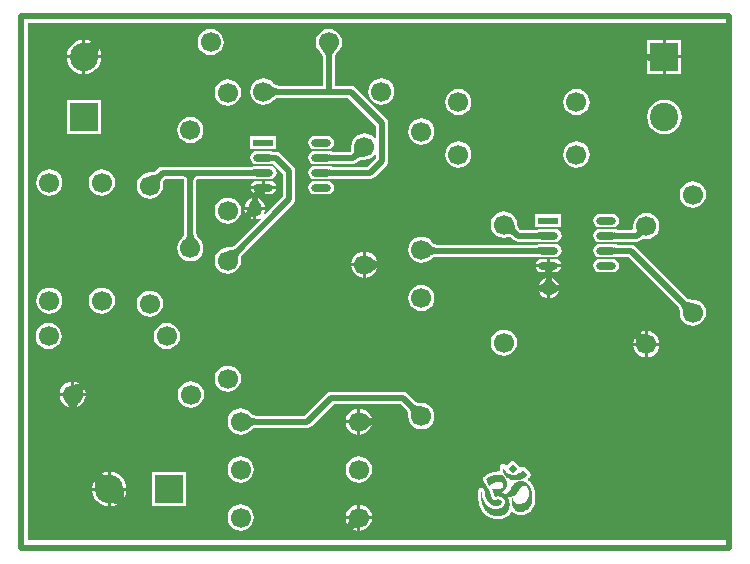
<source format=gtl>
G04 Layer_Physical_Order=1*
G04 Layer_Color=6759642*
%FSLAX44Y44*%
%MOMM*%
G71*
G01*
G75*
%ADD10O,1.7000X0.6000*%
%ADD11R,1.7000X0.6000*%
%ADD12C,0.5000*%
%ADD13R,2.4000X2.4000*%
%ADD14C,2.4000*%
%ADD15R,2.4000X2.4000*%
%ADD16C,1.7000*%
%ADD17C,1.2700*%
G36*
X596900Y6350D02*
X6350D01*
Y444500D01*
X596900D01*
Y6350D01*
D02*
G37*
%LPC*%
G36*
X528320Y183218D02*
X526708Y183006D01*
X524032Y181897D01*
X524487Y181669D01*
X525215Y181380D01*
X525987Y181145D01*
X526801Y180965D01*
X527659Y180839D01*
X528320Y180786D01*
Y183218D01*
D02*
G37*
G36*
X530860D02*
Y173520D01*
X540558D01*
X540346Y175132D01*
X539233Y177818D01*
X537464Y180124D01*
X535158Y181893D01*
X532472Y183006D01*
X530860Y183218D01*
D02*
G37*
G36*
X528320Y179565D02*
X522275Y173520D01*
X528320D01*
Y179565D01*
D02*
G37*
G36*
X501170Y257108D02*
X490170D01*
X488008Y256679D01*
X486176Y255454D01*
X484952Y253622D01*
X484521Y251460D01*
X484952Y249298D01*
X486176Y247466D01*
X488008Y246241D01*
X490170Y245812D01*
X501170D01*
X502488Y246073D01*
X502747Y246105D01*
X502840Y246135D01*
X506129Y246321D01*
X514291D01*
X556453Y204160D01*
X556661Y203884D01*
X556935Y203443D01*
X557175Y202963D01*
X557383Y202439D01*
X557558Y201865D01*
X557696Y201240D01*
X557796Y200559D01*
X557855Y199823D01*
X557866Y199233D01*
X557825Y198920D01*
X558204Y196038D01*
X559317Y193352D01*
X561086Y191046D01*
X563392Y189277D01*
X566078Y188164D01*
X568960Y187785D01*
X571842Y188164D01*
X574528Y189277D01*
X576834Y191046D01*
X578603Y193352D01*
X579716Y196038D01*
X580095Y198920D01*
X579716Y201802D01*
X578603Y204488D01*
X576834Y206794D01*
X574528Y208563D01*
X571842Y209676D01*
X568960Y210055D01*
X568647Y210014D01*
X568057Y210025D01*
X567321Y210084D01*
X566640Y210184D01*
X566015Y210322D01*
X565441Y210497D01*
X564917Y210705D01*
X564437Y210945D01*
X563996Y211219D01*
X563720Y211427D01*
X520054Y255094D01*
X518386Y256208D01*
X516420Y256599D01*
X505191D01*
X504052Y256643D01*
X503186Y256724D01*
X502953Y256760D01*
X502852Y256782D01*
X502747Y256815D01*
X502487Y256847D01*
X501170Y257108D01*
D02*
G37*
G36*
X68580Y220215D02*
X65698Y219836D01*
X63012Y218723D01*
X60706Y216954D01*
X58937Y214648D01*
X57824Y211962D01*
X57445Y209080D01*
X57824Y206198D01*
X58937Y203512D01*
X60706Y201206D01*
X63012Y199437D01*
X65698Y198324D01*
X68580Y197945D01*
X71462Y198324D01*
X74148Y199437D01*
X76454Y201206D01*
X78223Y203512D01*
X79336Y206198D01*
X79715Y209080D01*
X79336Y211962D01*
X78223Y214648D01*
X76454Y216954D01*
X74148Y218723D01*
X71462Y219836D01*
X68580Y220215D01*
D02*
G37*
G36*
X24130D02*
X21248Y219836D01*
X18562Y218723D01*
X16256Y216954D01*
X14487Y214648D01*
X13374Y211962D01*
X12995Y209080D01*
X13374Y206198D01*
X14487Y203512D01*
X16256Y201206D01*
X18562Y199437D01*
X21248Y198324D01*
X24130Y197945D01*
X27012Y198324D01*
X29698Y199437D01*
X32004Y201206D01*
X33773Y203512D01*
X34886Y206198D01*
X35265Y209080D01*
X34886Y211962D01*
X33773Y214648D01*
X32004Y216954D01*
X29698Y218723D01*
X27012Y219836D01*
X24130Y220215D01*
D02*
G37*
G36*
X109220Y217675D02*
X106338Y217296D01*
X103652Y216183D01*
X101346Y214414D01*
X99577Y212108D01*
X98464Y209422D01*
X98085Y206540D01*
X98464Y203658D01*
X99577Y200972D01*
X101346Y198666D01*
X103652Y196897D01*
X106338Y195784D01*
X109220Y195405D01*
X112102Y195784D01*
X114788Y196897D01*
X117094Y198666D01*
X118863Y200972D01*
X119976Y203658D01*
X120355Y206540D01*
X119976Y209422D01*
X118863Y212108D01*
X117094Y214414D01*
X114788Y216183D01*
X112102Y217296D01*
X109220Y217675D01*
D02*
G37*
G36*
X519943Y177808D02*
X518834Y175132D01*
X518622Y173520D01*
X521054D01*
X521001Y174181D01*
X520875Y175039D01*
X520695Y175853D01*
X520460Y176625D01*
X520171Y177353D01*
X519943Y177808D01*
D02*
G37*
G36*
X528320Y170980D02*
X518622D01*
X518834Y169368D01*
X519947Y166682D01*
X521716Y164376D01*
X524022Y162607D01*
X526708Y161494D01*
X528320Y161282D01*
Y170980D01*
D02*
G37*
G36*
X45250Y140508D02*
Y138076D01*
X45911Y138129D01*
X46769Y138255D01*
X47583Y138435D01*
X48355Y138670D01*
X49083Y138959D01*
X49538Y139187D01*
X46862Y140296D01*
X45250Y140508D01*
D02*
G37*
G36*
X175260Y154175D02*
X172378Y153796D01*
X169692Y152683D01*
X167386Y150914D01*
X165617Y148608D01*
X164504Y145922D01*
X164125Y143040D01*
X164504Y140158D01*
X165617Y137472D01*
X167386Y135166D01*
X169692Y133397D01*
X172378Y132284D01*
X175260Y131905D01*
X178142Y132284D01*
X180828Y133397D01*
X183134Y135166D01*
X184903Y137472D01*
X186016Y140158D01*
X186395Y143040D01*
X186016Y145922D01*
X184903Y148608D01*
X183134Y150914D01*
X180828Y152683D01*
X178142Y153796D01*
X175260Y154175D01*
D02*
G37*
G36*
X540558Y170980D02*
X530860D01*
Y161282D01*
X532472Y161494D01*
X535158Y162607D01*
X537464Y164376D01*
X539233Y166682D01*
X540346Y169368D01*
X540558Y170980D01*
D02*
G37*
G36*
X123660Y190205D02*
X120778Y189826D01*
X118092Y188713D01*
X115786Y186944D01*
X114017Y184638D01*
X112904Y181952D01*
X112525Y179070D01*
X112904Y176188D01*
X114017Y173502D01*
X115786Y171196D01*
X118092Y169427D01*
X120778Y168314D01*
X123660Y167935D01*
X126542Y168314D01*
X129228Y169427D01*
X131534Y171196D01*
X133303Y173502D01*
X134416Y176188D01*
X134795Y179070D01*
X134416Y181952D01*
X133303Y184638D01*
X131534Y186944D01*
X129228Y188713D01*
X126542Y189826D01*
X123660Y190205D01*
D02*
G37*
G36*
X23660D02*
X20778Y189826D01*
X18092Y188713D01*
X15786Y186944D01*
X14017Y184638D01*
X12904Y181952D01*
X12525Y179070D01*
X12904Y176188D01*
X14017Y173502D01*
X15786Y171196D01*
X18092Y169427D01*
X20778Y168314D01*
X23660Y167935D01*
X26542Y168314D01*
X29228Y169427D01*
X31534Y171196D01*
X33303Y173502D01*
X34416Y176188D01*
X34795Y179070D01*
X34416Y181952D01*
X33303Y184638D01*
X31534Y186944D01*
X29228Y188713D01*
X26542Y189826D01*
X23660Y190205D01*
D02*
G37*
G36*
X408940Y184655D02*
X406058Y184276D01*
X403372Y183163D01*
X401066Y181394D01*
X399297Y179088D01*
X398184Y176402D01*
X397805Y173520D01*
X398184Y170638D01*
X399297Y167952D01*
X401066Y165646D01*
X403372Y163877D01*
X406058Y162764D01*
X408940Y162385D01*
X411822Y162764D01*
X414508Y163877D01*
X416814Y165646D01*
X418583Y167952D01*
X419696Y170638D01*
X420075Y173520D01*
X419696Y176402D01*
X418583Y179088D01*
X416814Y181394D01*
X414508Y183163D01*
X411822Y184276D01*
X408940Y184655D01*
D02*
G37*
G36*
X445400Y244408D02*
X441170D01*
X439008Y243979D01*
X437176Y242754D01*
X435951Y240922D01*
X435774Y240030D01*
X445400D01*
Y244408D01*
D02*
G37*
G36*
X501170D02*
X490170D01*
X488008Y243979D01*
X486176Y242754D01*
X484952Y240922D01*
X484521Y238760D01*
X484952Y236598D01*
X486176Y234766D01*
X488008Y233541D01*
X490170Y233111D01*
X501170D01*
X503332Y233541D01*
X505164Y234766D01*
X506389Y236598D01*
X506819Y238760D01*
X506389Y240922D01*
X505164Y242754D01*
X503332Y243979D01*
X501170Y244408D01*
D02*
G37*
G36*
X457566Y237490D02*
X447940D01*
Y235795D01*
X452040D01*
X451565Y235745D01*
X451140Y235594D01*
X450765Y235343D01*
X450440Y234991D01*
X450165Y234538D01*
X449940Y233984D01*
X449765Y233330D01*
X449729Y233111D01*
X452170D01*
X454332Y233541D01*
X456164Y234766D01*
X457388Y236598D01*
X457566Y237490D01*
D02*
G37*
G36*
X452170Y244408D02*
X447940D01*
Y240030D01*
X457566D01*
X457388Y240922D01*
X456164Y242754D01*
X454332Y243979D01*
X452170Y244408D01*
D02*
G37*
G36*
X339090Y263395D02*
X336208Y263016D01*
X333522Y261903D01*
X331216Y260134D01*
X329447Y257828D01*
X328334Y255142D01*
X327955Y252260D01*
X328334Y249378D01*
X329447Y246692D01*
X331216Y244386D01*
X333522Y242617D01*
X336208Y241504D01*
X339090Y241125D01*
X341972Y241504D01*
X344658Y242617D01*
X345991Y243640D01*
X346195Y243746D01*
X346898Y244311D01*
X347537Y244772D01*
X348159Y245169D01*
X348763Y245504D01*
X349348Y245779D01*
X349914Y245998D01*
X350462Y246163D01*
X350994Y246278D01*
X351326Y246321D01*
X437149D01*
X438288Y246277D01*
X439155Y246196D01*
X439387Y246160D01*
X439488Y246138D01*
X439593Y246105D01*
X439852Y246073D01*
X441170Y245812D01*
X452170D01*
X454332Y246241D01*
X456164Y247466D01*
X457388Y249298D01*
X457818Y251460D01*
X457388Y253622D01*
X456164Y255454D01*
X454332Y256679D01*
X452170Y257108D01*
X441170D01*
X439852Y256847D01*
X439593Y256815D01*
X439500Y256785D01*
X436211Y256599D01*
X351859D01*
X351513Y256649D01*
X351037Y256769D01*
X350568Y256938D01*
X350102Y257160D01*
X349632Y257440D01*
X349157Y257784D01*
X348677Y258197D01*
X348192Y258683D01*
X347651Y259308D01*
X347519Y259410D01*
X346964Y260134D01*
X344658Y261903D01*
X341972Y263016D01*
X339090Y263395D01*
D02*
G37*
G36*
X292100Y250528D02*
Y240830D01*
X296900D01*
Y245510D01*
X297581Y244855D01*
X298269Y244268D01*
X298964Y243750D01*
X299668Y243302D01*
X300380Y242922D01*
X301099Y242612D01*
X301582Y242451D01*
X300473Y245128D01*
X298704Y247434D01*
X296398Y249203D01*
X293712Y250316D01*
X292100Y250528D01*
D02*
G37*
G36*
X289560D02*
X287948Y250316D01*
X285262Y249203D01*
X282956Y247434D01*
X281187Y245128D01*
X280074Y242442D01*
X279862Y240830D01*
X289560D01*
Y250528D01*
D02*
G37*
G36*
X445400Y237490D02*
X435774D01*
X435951Y236598D01*
X437176Y234766D01*
X439008Y233541D01*
X441170Y233111D01*
X444351D01*
X444315Y233330D01*
X444140Y233984D01*
X443915Y234538D01*
X443640Y234991D01*
X443315Y235343D01*
X442940Y235594D01*
X442515Y235745D01*
X442040Y235795D01*
X445400D01*
Y237490D01*
D02*
G37*
G36*
X445770Y218440D02*
X442505D01*
Y215265D01*
X442111Y215634D01*
X441691Y215965D01*
X441244Y216257D01*
X440772Y216510D01*
X440274Y216724D01*
X439750Y216899D01*
X439199Y217035D01*
X438623Y217132D01*
X438479Y217146D01*
X439275Y215227D01*
X440700Y213370D01*
X442557Y211945D01*
X444719Y211049D01*
X445770Y210910D01*
Y218440D01*
D02*
G37*
G36*
X451575D02*
X448310D01*
Y210910D01*
X449361Y211049D01*
X451523Y211945D01*
X453380Y213370D01*
X454805Y215227D01*
X455601Y217146D01*
X455457Y217132D01*
X454881Y217035D01*
X454330Y216899D01*
X453806Y216724D01*
X453308Y216510D01*
X452836Y216257D01*
X452389Y215965D01*
X451969Y215634D01*
X451575Y215265D01*
Y218440D01*
D02*
G37*
G36*
X339090Y222425D02*
X336208Y222046D01*
X333522Y220933D01*
X331216Y219164D01*
X329447Y216858D01*
X328334Y214172D01*
X327955Y211290D01*
X328334Y208408D01*
X329447Y205722D01*
X331216Y203416D01*
X333522Y201647D01*
X336208Y200534D01*
X339090Y200155D01*
X341972Y200534D01*
X344658Y201647D01*
X346964Y203416D01*
X348733Y205722D01*
X349846Y208408D01*
X350225Y211290D01*
X349846Y214172D01*
X348733Y216858D01*
X346964Y219164D01*
X344658Y220933D01*
X341972Y222046D01*
X339090Y222425D01*
D02*
G37*
G36*
X444476Y228270D02*
X442557Y227475D01*
X440700Y226050D01*
X439275Y224193D01*
X438479Y222274D01*
X438623Y222288D01*
X439199Y222385D01*
X439750Y222521D01*
X440274Y222696D01*
X440772Y222910D01*
X441244Y223163D01*
X441691Y223455D01*
X442111Y223785D01*
X442505Y224155D01*
Y220980D01*
X445770D01*
Y224245D01*
X442595D01*
X442965Y224639D01*
X443295Y225059D01*
X443587Y225506D01*
X443840Y225978D01*
X444054Y226476D01*
X444229Y227000D01*
X444365Y227551D01*
X444462Y228127D01*
X444476Y228270D01*
D02*
G37*
G36*
X296900Y238290D02*
X292100D01*
Y228592D01*
X293712Y228804D01*
X296398Y229917D01*
X298704Y231686D01*
X300473Y233992D01*
X301582Y236668D01*
X301099Y236508D01*
X300380Y236197D01*
X299668Y235818D01*
X298964Y235369D01*
X298269Y234852D01*
X297581Y234265D01*
X296900Y233610D01*
Y238290D01*
D02*
G37*
G36*
X289560D02*
X279862D01*
X280074Y236678D01*
X281187Y233992D01*
X282956Y231686D01*
X285262Y229917D01*
X287948Y228804D01*
X289560Y228592D01*
Y238290D01*
D02*
G37*
G36*
X449604Y228270D02*
X449618Y228127D01*
X449715Y227551D01*
X449851Y227000D01*
X450026Y226476D01*
X450240Y225978D01*
X450493Y225506D01*
X450785Y225059D01*
X451115Y224639D01*
X451485Y224245D01*
X448310D01*
Y220980D01*
X451575D01*
Y224155D01*
X451969Y223785D01*
X452389Y223455D01*
X452836Y223163D01*
X453308Y222910D01*
X453806Y222696D01*
X454330Y222521D01*
X454881Y222385D01*
X455457Y222288D01*
X455601Y222274D01*
X454805Y224193D01*
X453380Y226050D01*
X451523Y227475D01*
X449604Y228270D01*
D02*
G37*
G36*
X85779Y48260D02*
X76200D01*
Y38681D01*
X85779Y48260D01*
D02*
G37*
G36*
X76200Y37494D02*
Y35032D01*
X78726Y35364D01*
X82109Y36766D01*
X82056Y36782D01*
X80856Y37065D01*
X79555Y37281D01*
X78154Y37431D01*
X76200Y37494D01*
D02*
G37*
G36*
X73660Y48260D02*
X60432D01*
X60764Y45734D01*
X62229Y42197D01*
X64560Y39160D01*
X67597Y36829D01*
X71134Y35364D01*
X73660Y35032D01*
Y48260D01*
D02*
G37*
G36*
X89428D02*
X86941D01*
X86946Y47808D01*
X87179Y44905D01*
X87395Y43604D01*
X87678Y42404D01*
X87694Y42351D01*
X89096Y45734D01*
X89428Y48260D01*
D02*
G37*
G36*
X76200Y64028D02*
Y50800D01*
X89428D01*
X89096Y53326D01*
X87631Y56863D01*
X85300Y59900D01*
X82263Y62231D01*
X78726Y63696D01*
X76200Y64028D01*
D02*
G37*
G36*
X73660Y60379D02*
X64081Y50800D01*
X73660D01*
Y60379D01*
D02*
G37*
G36*
X62166Y56709D02*
X60764Y53326D01*
X60432Y50800D01*
X62919D01*
X62914Y51252D01*
X62681Y54155D01*
X62465Y55456D01*
X62182Y56656D01*
X62166Y56709D01*
D02*
G37*
G36*
X140270Y64070D02*
X111190D01*
Y34990D01*
X140270D01*
Y64070D01*
D02*
G37*
G36*
X297188Y24130D02*
X287490D01*
Y14432D01*
X289102Y14644D01*
X291788Y15757D01*
X294094Y17526D01*
X295863Y19832D01*
X296976Y22518D01*
X297188Y24130D01*
D02*
G37*
G36*
X284950Y16864D02*
X284289Y16811D01*
X283431Y16685D01*
X282617Y16505D01*
X281845Y16270D01*
X281117Y15981D01*
X280662Y15753D01*
X283338Y14644D01*
X284950Y14432D01*
Y16864D01*
D02*
G37*
G36*
X186220Y36535D02*
X183338Y36156D01*
X180652Y35043D01*
X178346Y33274D01*
X176577Y30968D01*
X175464Y28282D01*
X175085Y25400D01*
X175464Y22518D01*
X176577Y19832D01*
X178346Y17526D01*
X180652Y15757D01*
X183338Y14644D01*
X186220Y14265D01*
X189102Y14644D01*
X191788Y15757D01*
X194094Y17526D01*
X195863Y19832D01*
X196976Y22518D01*
X197355Y25400D01*
X196976Y28282D01*
X195863Y30968D01*
X194094Y33274D01*
X191788Y35043D01*
X189102Y36156D01*
X186220Y36535D01*
D02*
G37*
G36*
X284950Y24130D02*
X278905D01*
X284950Y18085D01*
Y24130D01*
D02*
G37*
G36*
X287490Y36368D02*
Y26670D01*
X297188D01*
X296976Y28282D01*
X295863Y30968D01*
X294094Y33274D01*
X291788Y35043D01*
X289102Y36156D01*
X287490Y36368D01*
D02*
G37*
G36*
X284950D02*
X283338Y36156D01*
X280652Y35043D01*
X278346Y33274D01*
X276577Y30968D01*
X275464Y28282D01*
X275252Y26670D01*
X284950D01*
Y36368D01*
D02*
G37*
G36*
X277684Y24130D02*
X275252D01*
X275464Y22518D01*
X276573Y19842D01*
X276801Y20297D01*
X277090Y21025D01*
X277325Y21797D01*
X277505Y22611D01*
X277631Y23469D01*
X277684Y24130D01*
D02*
G37*
G36*
X42710Y128270D02*
X33012D01*
X33224Y126658D01*
X34337Y123972D01*
X36106Y121666D01*
X38412Y119897D01*
X41089Y118788D01*
X40928Y119271D01*
X40617Y119991D01*
X40238Y120702D01*
X39790Y121406D01*
X39272Y122101D01*
X38686Y122789D01*
X38030Y123470D01*
X42710D01*
Y128270D01*
D02*
G37*
G36*
X143980Y140675D02*
X141098Y140296D01*
X138412Y139183D01*
X136106Y137414D01*
X134337Y135108D01*
X133224Y132422D01*
X132845Y129540D01*
X133224Y126658D01*
X134337Y123972D01*
X136106Y121666D01*
X138412Y119897D01*
X141098Y118784D01*
X143980Y118405D01*
X146862Y118784D01*
X149548Y119897D01*
X151854Y121666D01*
X153623Y123972D01*
X154736Y126658D01*
X155115Y129540D01*
X154736Y132422D01*
X153623Y135108D01*
X151854Y137414D01*
X149548Y139183D01*
X146862Y140296D01*
X143980Y140675D01*
D02*
G37*
G36*
X287490Y117648D02*
Y107950D01*
X292290D01*
Y112630D01*
X292971Y111974D01*
X293659Y111388D01*
X294354Y110871D01*
X295058Y110422D01*
X295770Y110042D01*
X296489Y109732D01*
X296972Y109572D01*
X295863Y112248D01*
X294094Y114554D01*
X291788Y116323D01*
X289102Y117436D01*
X287490Y117648D01*
D02*
G37*
G36*
X54948Y128270D02*
X45250D01*
Y123470D01*
X49930D01*
X49275Y122789D01*
X48688Y122101D01*
X48170Y121406D01*
X47722Y120702D01*
X47343Y119991D01*
X47032Y119271D01*
X46872Y118788D01*
X49548Y119897D01*
X51854Y121666D01*
X53623Y123972D01*
X54736Y126658D01*
X54948Y128270D01*
D02*
G37*
G36*
X53627Y135098D02*
X53399Y134643D01*
X53110Y133915D01*
X52875Y133143D01*
X52695Y132329D01*
X52569Y131471D01*
X52516Y130810D01*
X54948D01*
X54736Y132422D01*
X53627Y135098D01*
D02*
G37*
G36*
X45250Y136855D02*
Y130810D01*
X51295D01*
X45250Y136855D01*
D02*
G37*
G36*
X42710Y140508D02*
X41098Y140296D01*
X38412Y139183D01*
X36106Y137414D01*
X34337Y135108D01*
X33224Y132422D01*
X33012Y130810D01*
X42710D01*
Y140508D01*
D02*
G37*
G36*
X284950Y117648D02*
X283338Y117436D01*
X280652Y116323D01*
X278346Y114554D01*
X276577Y112248D01*
X275464Y109562D01*
X275252Y107950D01*
X284950D01*
Y117648D01*
D02*
G37*
G36*
X73660Y64028D02*
X71134Y63696D01*
X67751Y62294D01*
X67804Y62278D01*
X69004Y61995D01*
X70305Y61779D01*
X71706Y61629D01*
X73660Y61566D01*
Y64028D01*
D02*
G37*
G36*
X286220Y77175D02*
X283338Y76796D01*
X280652Y75683D01*
X278346Y73914D01*
X276577Y71608D01*
X275464Y68922D01*
X275085Y66040D01*
X275464Y63158D01*
X276577Y60472D01*
X278346Y58166D01*
X280652Y56397D01*
X283338Y55284D01*
X286220Y54905D01*
X289102Y55284D01*
X291788Y56397D01*
X294094Y58166D01*
X295863Y60472D01*
X296976Y63158D01*
X297355Y66040D01*
X296976Y68922D01*
X295863Y71608D01*
X294094Y73914D01*
X291788Y75683D01*
X289102Y76796D01*
X286220Y77175D01*
D02*
G37*
G36*
X186220D02*
X183338Y76796D01*
X180652Y75683D01*
X178346Y73914D01*
X176577Y71608D01*
X175464Y68922D01*
X175085Y66040D01*
X175464Y63158D01*
X176577Y60472D01*
X178346Y58166D01*
X180652Y56397D01*
X183338Y55284D01*
X186220Y54905D01*
X189102Y55284D01*
X191788Y56397D01*
X194094Y58166D01*
X195863Y60472D01*
X196976Y63158D01*
X197355Y66040D01*
X196976Y68922D01*
X195863Y71608D01*
X194094Y73914D01*
X191788Y75683D01*
X189102Y76796D01*
X186220Y77175D01*
D02*
G37*
G36*
X416460Y73450D02*
X416379Y73434D01*
X416296Y73445D01*
X415886Y73335D01*
X415469Y73253D01*
X415400Y73207D01*
X415320Y73185D01*
X414982Y72927D01*
X414629Y72691D01*
X414583Y72622D01*
X414517Y72572D01*
X411937Y69644D01*
X411450Y69623D01*
X411086Y69693D01*
X410493Y69926D01*
X410414Y70017D01*
X410252Y70278D01*
X410088Y70396D01*
X409955Y70550D01*
X409681Y70689D01*
X409432Y70868D01*
X409234Y70914D01*
X409053Y71005D01*
X408747Y71028D01*
X408448Y71098D01*
X408248Y71066D01*
X408046Y71081D01*
X407754Y70985D01*
X407451Y70935D01*
X407278Y70828D01*
X407086Y70765D01*
X406853Y70564D01*
X406592Y70402D01*
X406474Y70238D01*
X406320Y70105D01*
X406182Y69831D01*
X406002Y69582D01*
X405956Y69384D01*
X405865Y69203D01*
X405615Y68303D01*
X405589Y67954D01*
X405520Y67610D01*
Y66060D01*
X405579Y65764D01*
X405582Y65672D01*
X405544Y65516D01*
X405429Y65314D01*
X404520Y64470D01*
X404287Y64480D01*
X404203Y64467D01*
X404120Y64481D01*
X403455Y64465D01*
X403399Y64453D01*
X403342Y64460D01*
X402511Y64404D01*
X402468Y64393D01*
X402424Y64397D01*
X401828Y64336D01*
X401794Y64326D01*
X401759Y64328D01*
X401265Y64265D01*
X401222Y64251D01*
X401177Y64252D01*
X400393Y64124D01*
X400333Y64102D01*
X400269Y64101D01*
X399398Y63914D01*
X399342Y63890D01*
X399280Y63886D01*
X398708Y63735D01*
X398647Y63706D01*
X398580Y63698D01*
X397740Y63429D01*
X397672Y63391D01*
X397594Y63378D01*
X396956Y63131D01*
X396889Y63088D01*
X396811Y63070D01*
X396072Y62731D01*
X396002Y62680D01*
X395920Y62655D01*
X395060Y62190D01*
X395009Y62148D01*
X394948Y62126D01*
X394304Y61736D01*
X394273Y61707D01*
X394235Y61692D01*
X393601Y61279D01*
X393580Y61259D01*
X393553Y61247D01*
X392871Y60782D01*
X392770Y60679D01*
X392645Y60608D01*
X392092Y60134D01*
X391979Y59989D01*
X391832Y59877D01*
X391670Y59595D01*
X391469Y59339D01*
X391419Y59162D01*
X391327Y59002D01*
X391284Y58680D01*
X391197Y58366D01*
X391219Y58183D01*
X391195Y58000D01*
X391279Y57686D01*
X391318Y57363D01*
X391409Y57202D01*
X391456Y57024D01*
X394283Y51289D01*
X394425Y51103D01*
X394526Y50891D01*
X394730Y50706D01*
X394898Y50487D01*
X395101Y50370D01*
X395274Y50213D01*
X395534Y50120D01*
X395773Y49982D01*
X396005Y49951D01*
X396226Y49872D01*
X396501Y49886D01*
X396708Y49858D01*
X396749Y49678D01*
X396779Y49345D01*
X399007Y41796D01*
X399130Y41562D01*
X399207Y41308D01*
X399363Y41118D01*
X399477Y40902D01*
X399680Y40732D01*
X399849Y40527D01*
X400065Y40412D01*
X400253Y40255D01*
X400506Y40176D01*
X400740Y40051D01*
X400984Y40027D01*
X401218Y39954D01*
X401482Y39978D01*
X401746Y39952D01*
X401980Y40023D01*
X402224Y40045D01*
X402459Y40169D01*
X402713Y40246D01*
X402902Y40401D01*
X403119Y40515D01*
X403265Y40691D01*
X403319Y40725D01*
X403438Y40757D01*
X404164Y40846D01*
X404475Y40852D01*
X404677Y40842D01*
X405467Y40714D01*
X405881Y40588D01*
X406298Y40409D01*
X406653Y40198D01*
X406809Y40074D01*
X406947Y39925D01*
X406987Y39864D01*
X407045Y39740D01*
X407118Y39497D01*
X407163Y39226D01*
X407180Y38935D01*
X407169Y38605D01*
X407135Y38290D01*
X407099Y38086D01*
X407058Y37908D01*
X406937Y37523D01*
X406895Y37423D01*
X406709Y37076D01*
X406561Y36870D01*
X406436Y36731D01*
X406266Y36570D01*
X406137Y36464D01*
X405864Y36271D01*
X405561Y36091D01*
X405366Y35991D01*
X405152Y35893D01*
X404857Y35775D01*
X404593Y35683D01*
X404378Y35619D01*
X403888Y35501D01*
X403506Y35434D01*
X403265Y35402D01*
X402923Y35370D01*
X402658Y35355D01*
X402388Y35347D01*
X402035Y35348D01*
X401641Y35363D01*
X401331Y35385D01*
X400985Y35422D01*
X400646Y35471D01*
X400317Y35531D01*
X399997Y35604D01*
X399689Y35689D01*
X399387Y35787D01*
X399171Y35868D01*
X398886Y35991D01*
X398697Y36084D01*
X398371Y36266D01*
X398122Y36425D01*
X397865Y36608D01*
X397681Y36750D01*
X397319Y37061D01*
X396967Y37399D01*
X396806Y37568D01*
X396262Y38198D01*
X395965Y38584D01*
X395578Y39137D01*
X395214Y39713D01*
X394975Y40123D01*
X394617Y40795D01*
X394071Y41959D01*
X393965Y42208D01*
X393609Y43100D01*
X393264Y44058D01*
X393066Y44682D01*
X392873Y45407D01*
X392709Y46261D01*
X392627Y46987D01*
X392592Y47844D01*
X392528Y48109D01*
X392513Y48380D01*
X392382Y48893D01*
X392285Y49095D01*
X392235Y49313D01*
X392069Y49546D01*
X391945Y49804D01*
X391778Y49954D01*
X391648Y50136D01*
X391406Y50288D01*
X391193Y50479D01*
X390982Y50553D01*
X390792Y50672D01*
X390509Y50720D01*
X390239Y50815D01*
X390016Y50802D01*
X389795Y50840D01*
X389516Y50775D01*
X389230Y50760D01*
X389029Y50663D01*
X388811Y50613D01*
X388577Y50447D01*
X388319Y50323D01*
X388170Y50157D01*
X387988Y50027D01*
X387836Y49784D01*
X387645Y49571D01*
X387570Y49360D01*
X387452Y49170D01*
X387321Y48826D01*
X387284Y48608D01*
X387200Y48402D01*
X387094Y47857D01*
X387094Y47834D01*
X387086Y47813D01*
X387020Y47438D01*
X387020Y47400D01*
X387008Y47364D01*
X386893Y46583D01*
X386897Y46498D01*
X386874Y46416D01*
X386785Y45320D01*
X386796Y45231D01*
X386777Y45143D01*
X386769Y44477D01*
X386780Y44417D01*
X386770Y44357D01*
X386803Y43393D01*
X386815Y43340D01*
X386809Y43286D01*
X386870Y42468D01*
X386884Y42419D01*
X386880Y42368D01*
X386994Y41371D01*
X387009Y41326D01*
X387007Y41279D01*
X387123Y40512D01*
X387147Y40446D01*
X387147Y40376D01*
X387536Y38492D01*
X387559Y38437D01*
X387562Y38377D01*
X387656Y38007D01*
X387673Y37971D01*
X387677Y37932D01*
X387980Y36874D01*
X388002Y36831D01*
X388008Y36783D01*
X388214Y36151D01*
X388236Y36114D01*
X388242Y36071D01*
X388527Y35288D01*
X388554Y35244D01*
X388563Y35195D01*
X388878Y34422D01*
X388902Y34387D01*
X388911Y34345D01*
X389115Y33888D01*
X389138Y33856D01*
X389148Y33818D01*
X389437Y33219D01*
X389461Y33188D01*
X389472Y33150D01*
X389676Y32758D01*
X389704Y32723D01*
X389719Y32679D01*
X390098Y32009D01*
X390132Y31969D01*
X390150Y31920D01*
X390438Y31454D01*
X390466Y31424D01*
X390482Y31386D01*
X390723Y31022D01*
X390757Y30988D01*
X390777Y30944D01*
X391156Y30415D01*
X391203Y30372D01*
X391231Y30315D01*
X391667Y29766D01*
X391728Y29714D01*
X391769Y29645D01*
X392376Y28969D01*
X392449Y28914D01*
X392501Y28839D01*
X393149Y28212D01*
X393229Y28160D01*
X393288Y28087D01*
X394016Y27478D01*
X394104Y27429D01*
X394173Y27356D01*
X394983Y26777D01*
X395080Y26733D01*
X395160Y26662D01*
X396056Y26126D01*
X396165Y26087D01*
X396257Y26017D01*
X397289Y25518D01*
X397378Y25495D01*
X397455Y25445D01*
X398036Y25212D01*
X398096Y25201D01*
X398148Y25170D01*
X398740Y24964D01*
X398793Y24957D01*
X398839Y24932D01*
X399340Y24780D01*
X399381Y24776D01*
X399418Y24758D01*
X399823Y24649D01*
X399862Y24647D01*
X399897Y24630D01*
X400409Y24509D01*
X400461Y24507D01*
X400510Y24487D01*
X401337Y24325D01*
X401392Y24325D01*
X401443Y24307D01*
X402122Y24203D01*
X402161Y24204D01*
X402199Y24192D01*
X402619Y24141D01*
X402672Y24145D01*
X402724Y24130D01*
X403565Y24062D01*
X403646Y24071D01*
X403725Y24053D01*
X404460Y24039D01*
X404526Y24051D01*
X404592Y24040D01*
X404957Y24051D01*
X405013Y24064D01*
X405070Y24058D01*
X405537Y24093D01*
X405606Y24112D01*
X405676Y24107D01*
X406139Y24167D01*
X406216Y24193D01*
X406296Y24192D01*
X406805Y24290D01*
X406866Y24315D01*
X406932Y24318D01*
X407235Y24392D01*
X407287Y24416D01*
X407345Y24421D01*
X407794Y24553D01*
X407857Y24585D01*
X407926Y24595D01*
X408469Y24786D01*
X408531Y24823D01*
X408602Y24837D01*
X409185Y25079D01*
X409234Y25111D01*
X409291Y25126D01*
X409722Y25327D01*
X409754Y25351D01*
X409793Y25362D01*
X410124Y25529D01*
X410147Y25547D01*
X410176Y25556D01*
X410457Y25707D01*
X410480Y25725D01*
X410507Y25734D01*
X410879Y25943D01*
X410905Y25965D01*
X410936Y25976D01*
X411257Y26167D01*
X411282Y26190D01*
X411314Y26202D01*
X411584Y26373D01*
X411610Y26397D01*
X411643Y26411D01*
X411908Y26589D01*
X411939Y26620D01*
X411979Y26638D01*
X412280Y26854D01*
X412311Y26887D01*
X412351Y26908D01*
X412560Y27069D01*
X412598Y27113D01*
X412650Y27142D01*
X413010Y27447D01*
X413057Y27506D01*
X413121Y27547D01*
X413384Y27798D01*
X413447Y27887D01*
X413534Y27953D01*
X413979Y28454D01*
X414046Y28568D01*
X414143Y28658D01*
X414414Y29034D01*
X414457Y29128D01*
X414527Y29205D01*
X414769Y29602D01*
X414806Y29704D01*
X414873Y29790D01*
X414962Y29969D01*
X415329Y30203D01*
X416061Y30319D01*
X416089Y30317D01*
X416475Y30214D01*
X416565Y30123D01*
X416701Y30033D01*
X416807Y29910D01*
X417846Y29101D01*
X417955Y29046D01*
X418043Y28962D01*
X418566Y28628D01*
X418756Y28553D01*
X418924Y28436D01*
X419354Y28249D01*
X419366Y28246D01*
X419377Y28239D01*
X419733Y28088D01*
X419835Y28066D01*
X419926Y28015D01*
X420657Y27771D01*
X420763Y27757D01*
X420859Y27712D01*
X421232Y27620D01*
X421313Y27617D01*
X421388Y27587D01*
X421840Y27505D01*
X421961Y27507D01*
X422077Y27473D01*
X422836Y27407D01*
X422953Y27420D01*
X423068Y27397D01*
X423448Y27398D01*
X423535Y27415D01*
X423622Y27404D01*
X424076Y27436D01*
X424171Y27462D01*
X424269Y27457D01*
X424795Y27533D01*
X424880Y27564D01*
X424970Y27565D01*
X425417Y27662D01*
X425476Y27688D01*
X425540Y27692D01*
X425835Y27771D01*
X425883Y27795D01*
X425937Y27801D01*
X426302Y27915D01*
X426355Y27945D01*
X426416Y27954D01*
X426848Y28112D01*
X426900Y28144D01*
X426960Y28156D01*
X427385Y28334D01*
X427505Y28414D01*
X427643Y28459D01*
X429385Y29426D01*
X429504Y29527D01*
X429646Y29592D01*
X430204Y29996D01*
X430253Y30049D01*
X430318Y30083D01*
X430733Y30420D01*
X430789Y30487D01*
X430863Y30533D01*
X431534Y31156D01*
X431580Y31220D01*
X431645Y31265D01*
X431908Y31541D01*
X431944Y31597D01*
X431996Y31638D01*
X432444Y32157D01*
X432472Y32207D01*
X432516Y32244D01*
X432658Y32424D01*
X432683Y32474D01*
X432724Y32512D01*
X433126Y33068D01*
X433154Y33130D01*
X433202Y33180D01*
X433450Y33564D01*
X433471Y33618D01*
X433510Y33661D01*
X433779Y34122D01*
X433795Y34167D01*
X433826Y34205D01*
X433970Y34474D01*
X433980Y34506D01*
X434001Y34534D01*
X434139Y34806D01*
X434149Y34843D01*
X434171Y34874D01*
X434333Y35220D01*
X434343Y35260D01*
X434367Y35295D01*
X434517Y35646D01*
X434527Y35691D01*
X434551Y35729D01*
X434717Y36155D01*
X434726Y36208D01*
X434753Y36254D01*
X434925Y36758D01*
X434932Y36809D01*
X434956Y36855D01*
X435087Y37292D01*
X435091Y37337D01*
X435111Y37379D01*
X435226Y37820D01*
X435229Y37864D01*
X435247Y37904D01*
X435347Y38348D01*
X435348Y38390D01*
X435364Y38429D01*
X435450Y38877D01*
X435450Y38917D01*
X435464Y38955D01*
X435537Y39404D01*
X435535Y39443D01*
X435548Y39480D01*
X435607Y39931D01*
X435604Y39974D01*
X435616Y40015D01*
X435676Y40619D01*
X435672Y40659D01*
X435682Y40699D01*
X435713Y41153D01*
X435709Y41186D01*
X435717Y41218D01*
X435736Y41673D01*
X435732Y41699D01*
X435737Y41725D01*
X435744Y42029D01*
X435741Y42049D01*
X435745Y42068D01*
X435747Y42372D01*
X435742Y42396D01*
X435746Y42420D01*
X435741Y42876D01*
X435735Y42903D01*
X435740Y42930D01*
X435725Y43387D01*
X435719Y43412D01*
X435723Y43438D01*
X435699Y43894D01*
X435692Y43921D01*
X435695Y43949D01*
X435650Y44557D01*
X435644Y44582D01*
X435646Y44608D01*
X435603Y45063D01*
X435598Y45083D01*
X435599Y45103D01*
X435558Y45481D01*
X435553Y45497D01*
X435554Y45514D01*
X435517Y45816D01*
X435512Y45832D01*
X435513Y45848D01*
X435472Y46150D01*
X435467Y46165D01*
X435468Y46182D01*
X435423Y46483D01*
X435416Y46504D01*
X435416Y46526D01*
X435342Y46976D01*
X435333Y47000D01*
X435333Y47026D01*
X435264Y47400D01*
X435252Y47430D01*
X435251Y47462D01*
X435126Y48056D01*
X435111Y48090D01*
X435110Y48127D01*
X435003Y48570D01*
X434992Y48595D01*
X434990Y48623D01*
X434913Y48917D01*
X434902Y48938D01*
X434901Y48961D01*
X434818Y49253D01*
X434802Y49285D01*
X434798Y49321D01*
X434617Y49902D01*
X434595Y49941D01*
X434589Y49985D01*
X434438Y50416D01*
X434415Y50455D01*
X434408Y50499D01*
X434215Y50995D01*
X434189Y51035D01*
X434179Y51083D01*
X433998Y51501D01*
X433971Y51540D01*
X433960Y51586D01*
X433764Y51997D01*
X433729Y52045D01*
X433712Y52101D01*
X433427Y52637D01*
X433393Y52679D01*
X433374Y52731D01*
X433183Y53059D01*
X433145Y53102D01*
X433123Y53155D01*
X432711Y53792D01*
X432671Y53834D01*
X432646Y53888D01*
X432338Y54321D01*
X432307Y54351D01*
X432288Y54389D01*
X432011Y54752D01*
X431977Y54782D01*
X431956Y54822D01*
X431716Y55117D01*
X431672Y55153D01*
X431643Y55201D01*
X431340Y55541D01*
X431287Y55582D01*
X431250Y55638D01*
X430984Y55907D01*
X430926Y55946D01*
X430885Y56002D01*
X430605Y56257D01*
X430549Y56290D01*
X430508Y56341D01*
X430215Y56582D01*
X430167Y56607D01*
X430131Y56648D01*
X429828Y56877D01*
X429789Y56896D01*
X429758Y56928D01*
X429553Y57073D01*
X429385Y57404D01*
X429355Y58305D01*
X429480Y58646D01*
X430036Y59094D01*
X430089Y59158D01*
X430160Y59201D01*
X430760Y59751D01*
X431027Y60115D01*
X431308Y60467D01*
X431324Y60521D01*
X431357Y60566D01*
X431465Y61004D01*
X431590Y61437D01*
X431584Y61493D01*
X431597Y61547D01*
X431529Y61993D01*
X431479Y62441D01*
X431452Y62491D01*
X431443Y62546D01*
X431209Y62932D01*
X430992Y63327D01*
X427292Y67727D01*
X427120Y67864D01*
X426983Y68037D01*
X426729Y68177D01*
X426503Y68358D01*
X426292Y68420D01*
X426099Y68527D01*
X425811Y68559D01*
X425533Y68640D01*
X425314Y68616D01*
X425095Y68641D01*
X424817Y68561D01*
X424529Y68529D01*
X424336Y68423D01*
X424124Y68362D01*
X424075Y68323D01*
X423142Y68238D01*
X422561Y68465D01*
X422452Y68534D01*
X422407Y68576D01*
X418291Y72691D01*
X418222Y72737D01*
X418172Y72803D01*
X417804Y73017D01*
X417451Y73253D01*
X417370Y73269D01*
X417298Y73310D01*
X416877Y73367D01*
X416460Y73450D01*
D02*
G37*
G36*
X323380Y132139D02*
X262890D01*
X260924Y131748D01*
X259256Y130634D01*
X240441Y111819D01*
X198769D01*
X198426Y111867D01*
X197921Y111985D01*
X197412Y112154D01*
X196894Y112378D01*
X196366Y112660D01*
X195825Y113004D01*
X195273Y113415D01*
X194711Y113894D01*
X194286Y114303D01*
X194094Y114554D01*
X191788Y116323D01*
X189102Y117436D01*
X186220Y117815D01*
X183338Y117436D01*
X180652Y116323D01*
X178346Y114554D01*
X176577Y112248D01*
X175464Y109562D01*
X175085Y106680D01*
X175464Y103798D01*
X176577Y101112D01*
X178346Y98806D01*
X180652Y97037D01*
X183338Y95924D01*
X186220Y95545D01*
X189102Y95924D01*
X191788Y97037D01*
X194094Y98806D01*
X194286Y99057D01*
X194711Y99466D01*
X195273Y99945D01*
X195825Y100356D01*
X196365Y100700D01*
X196894Y100982D01*
X197412Y101206D01*
X197921Y101375D01*
X198426Y101494D01*
X198769Y101541D01*
X242570D01*
X244536Y101932D01*
X246204Y103046D01*
X265019Y121861D01*
X321251D01*
X326583Y116530D01*
X326791Y116254D01*
X327065Y115813D01*
X327305Y115333D01*
X327513Y114809D01*
X327688Y114235D01*
X327826Y113610D01*
X327926Y112929D01*
X327985Y112193D01*
X327996Y111603D01*
X327955Y111290D01*
X328334Y108408D01*
X329447Y105722D01*
X331216Y103416D01*
X333522Y101647D01*
X336208Y100534D01*
X339090Y100155D01*
X341972Y100534D01*
X344658Y101647D01*
X346964Y103416D01*
X348733Y105722D01*
X349846Y108408D01*
X350225Y111290D01*
X349846Y114172D01*
X348733Y116858D01*
X346964Y119164D01*
X344658Y120933D01*
X341972Y122046D01*
X339090Y122425D01*
X338777Y122384D01*
X338187Y122395D01*
X337451Y122454D01*
X336770Y122554D01*
X336145Y122692D01*
X335571Y122867D01*
X335047Y123075D01*
X334567Y123315D01*
X334126Y123589D01*
X333850Y123797D01*
X327014Y130634D01*
X325346Y131748D01*
X323380Y132139D01*
D02*
G37*
G36*
X292290Y105410D02*
X287490D01*
Y95712D01*
X289102Y95924D01*
X291788Y97037D01*
X294094Y98806D01*
X295863Y101112D01*
X296972Y103788D01*
X296489Y103628D01*
X295770Y103317D01*
X295058Y102938D01*
X294354Y102490D01*
X293659Y101972D01*
X292971Y101385D01*
X292290Y100730D01*
Y105410D01*
D02*
G37*
G36*
X284950D02*
X275252D01*
X275464Y103798D01*
X276577Y101112D01*
X278346Y98806D01*
X280652Y97037D01*
X283338Y95924D01*
X284950Y95712D01*
Y105410D01*
D02*
G37*
G36*
X52070Y414130D02*
X38842D01*
X39174Y411604D01*
X40639Y408067D01*
X42970Y405030D01*
X46007Y402699D01*
X49544Y401234D01*
X52070Y400902D01*
Y414130D01*
D02*
G37*
G36*
X210870Y310448D02*
X206640D01*
Y306070D01*
X216266D01*
X216089Y306962D01*
X214864Y308794D01*
X213032Y310019D01*
X210870Y310448D01*
D02*
G37*
G36*
X559370Y414130D02*
X546100D01*
Y400860D01*
X559370D01*
Y414130D01*
D02*
G37*
G36*
X210870Y323148D02*
X199870D01*
X198552Y322887D01*
X198293Y322855D01*
X198200Y322825D01*
X194911Y322639D01*
X120180D01*
X118214Y322248D01*
X116546Y321134D01*
X114460Y319047D01*
X114184Y318839D01*
X113743Y318565D01*
X113263Y318325D01*
X112739Y318117D01*
X112165Y317942D01*
X111540Y317804D01*
X110859Y317704D01*
X110123Y317645D01*
X109533Y317634D01*
X109220Y317675D01*
X106338Y317296D01*
X103652Y316183D01*
X101346Y314414D01*
X99577Y312108D01*
X98464Y309422D01*
X98085Y306540D01*
X98464Y303658D01*
X99577Y300972D01*
X101346Y298666D01*
X103652Y296897D01*
X106338Y295784D01*
X109220Y295405D01*
X112102Y295784D01*
X114788Y296897D01*
X117094Y298666D01*
X118863Y300972D01*
X119976Y303658D01*
X120355Y306540D01*
X120314Y306853D01*
X120325Y307443D01*
X120384Y308179D01*
X120484Y308860D01*
X120622Y309485D01*
X120797Y310059D01*
X121005Y310583D01*
X121245Y311063D01*
X121519Y311504D01*
X121727Y311780D01*
X122309Y312361D01*
X136727D01*
X137172Y312283D01*
X137529Y312164D01*
X137763Y312038D01*
X137920Y311910D01*
X138048Y311753D01*
X138174Y311519D01*
X138293Y311162D01*
X138371Y310717D01*
Y266079D01*
X138323Y265737D01*
X138205Y265231D01*
X138036Y264722D01*
X137812Y264204D01*
X137530Y263675D01*
X137186Y263135D01*
X136775Y262583D01*
X136296Y262020D01*
X135887Y261596D01*
X135636Y261404D01*
X133867Y259098D01*
X132754Y256412D01*
X132375Y253530D01*
X132754Y250648D01*
X133867Y247962D01*
X135636Y245656D01*
X137942Y243887D01*
X140628Y242774D01*
X143510Y242395D01*
X146392Y242774D01*
X149078Y243887D01*
X151384Y245656D01*
X153153Y247962D01*
X154266Y250648D01*
X154645Y253530D01*
X154266Y256412D01*
X153153Y259098D01*
X151384Y261404D01*
X151133Y261596D01*
X150724Y262020D01*
X150245Y262583D01*
X149834Y263135D01*
X149490Y263675D01*
X149208Y264204D01*
X148984Y264722D01*
X148815Y265231D01*
X148696Y265736D01*
X148649Y266079D01*
Y310717D01*
X148727Y311162D01*
X148846Y311519D01*
X148972Y311753D01*
X149100Y311910D01*
X149257Y312038D01*
X149491Y312164D01*
X149848Y312283D01*
X150293Y312361D01*
X195849D01*
X196988Y312317D01*
X197854Y312236D01*
X198087Y312200D01*
X198188Y312178D01*
X198293Y312145D01*
X198552Y312113D01*
X199870Y311852D01*
X210870D01*
X213032Y312281D01*
X214864Y313506D01*
X216089Y315338D01*
X216518Y317500D01*
X216089Y319662D01*
X214864Y321494D01*
X213032Y322719D01*
X210870Y323148D01*
D02*
G37*
G36*
X260820Y439125D02*
X257938Y438746D01*
X255252Y437633D01*
X252946Y435864D01*
X251177Y433558D01*
X250064Y430872D01*
X249685Y427990D01*
X250064Y425108D01*
X251177Y422422D01*
X252946Y420116D01*
X253197Y419924D01*
X253606Y419500D01*
X254085Y418937D01*
X254496Y418385D01*
X254840Y417845D01*
X255122Y417316D01*
X255346Y416798D01*
X255515Y416289D01*
X255634Y415784D01*
X255681Y415441D01*
Y391219D01*
X217819D01*
X217477Y391267D01*
X216971Y391385D01*
X216462Y391554D01*
X215944Y391778D01*
X215415Y392060D01*
X214875Y392404D01*
X214323Y392815D01*
X213761Y393294D01*
X213336Y393703D01*
X213144Y393954D01*
X210838Y395723D01*
X208152Y396836D01*
X205270Y397215D01*
X202388Y396836D01*
X199702Y395723D01*
X197396Y393954D01*
X195627Y391648D01*
X194514Y388962D01*
X194135Y386080D01*
X194514Y383198D01*
X195627Y380512D01*
X197396Y378206D01*
X199702Y376437D01*
X202388Y375324D01*
X205270Y374945D01*
X208152Y375324D01*
X210838Y376437D01*
X213144Y378206D01*
X213336Y378457D01*
X213761Y378866D01*
X214323Y379345D01*
X214875Y379756D01*
X215415Y380100D01*
X215944Y380382D01*
X216462Y380606D01*
X216971Y380775D01*
X217476Y380894D01*
X217819Y380941D01*
X277271D01*
X300931Y357281D01*
Y346617D01*
X299661Y346186D01*
X298704Y347434D01*
X296398Y349203D01*
X293712Y350316D01*
X290830Y350695D01*
X287948Y350316D01*
X285262Y349203D01*
X282956Y347434D01*
X281187Y345128D01*
X280074Y342442D01*
X279695Y339560D01*
X279775Y338949D01*
X279766Y338901D01*
X279775Y338853D01*
X279768Y338805D01*
X279793Y338130D01*
X279767Y337590D01*
X279697Y337077D01*
X279584Y336585D01*
X279427Y336109D01*
X279224Y335643D01*
X279057Y335339D01*
X263891D01*
X262752Y335383D01*
X261886Y335464D01*
X261653Y335500D01*
X261552Y335522D01*
X261447Y335555D01*
X261187Y335587D01*
X259870Y335849D01*
X248870D01*
X246708Y335419D01*
X244876Y334194D01*
X243652Y332362D01*
X243221Y330200D01*
X243652Y328038D01*
X244876Y326206D01*
X246708Y324981D01*
X248870Y324552D01*
X259870D01*
X261188Y324813D01*
X261447Y324845D01*
X261540Y324875D01*
X264829Y325061D01*
X281470D01*
X283437Y325452D01*
X285104Y326566D01*
X285702Y327164D01*
X285994Y327397D01*
X286453Y327702D01*
X286913Y327954D01*
X287379Y328157D01*
X287855Y328314D01*
X288347Y328427D01*
X288860Y328497D01*
X289400Y328523D01*
X290075Y328498D01*
X290123Y328505D01*
X290171Y328496D01*
X290219Y328505D01*
X290830Y328425D01*
X293712Y328804D01*
X296398Y329917D01*
X298704Y331686D01*
X299661Y332934D01*
X300931Y332503D01*
Y329789D01*
X293782Y322639D01*
X263891D01*
X262752Y322683D01*
X261886Y322764D01*
X261653Y322800D01*
X261552Y322822D01*
X261447Y322855D01*
X261187Y322887D01*
X259870Y323148D01*
X248870D01*
X246708Y322719D01*
X244876Y321494D01*
X243652Y319662D01*
X243221Y317500D01*
X243652Y315338D01*
X244876Y313506D01*
X246708Y312281D01*
X248870Y311852D01*
X259870D01*
X261188Y312113D01*
X261447Y312145D01*
X261540Y312175D01*
X264829Y312361D01*
X295910D01*
X297876Y312752D01*
X299544Y313866D01*
X309704Y324026D01*
X310818Y325694D01*
X311209Y327660D01*
Y359410D01*
X310818Y361376D01*
X309704Y363044D01*
X283034Y389714D01*
X281367Y390828D01*
X279400Y391219D01*
X265959D01*
Y415441D01*
X266007Y415784D01*
X266125Y416289D01*
X266294Y416798D01*
X266518Y417316D01*
X266800Y417845D01*
X267144Y418385D01*
X267555Y418937D01*
X268034Y419500D01*
X268443Y419924D01*
X268694Y420116D01*
X270463Y422422D01*
X271576Y425108D01*
X271955Y427990D01*
X271576Y430872D01*
X270463Y433558D01*
X268694Y435864D01*
X266388Y437633D01*
X263702Y438746D01*
X260820Y439125D01*
D02*
G37*
G36*
X204100Y310448D02*
X199870D01*
X197708Y310019D01*
X195876Y308794D01*
X194652Y306962D01*
X194474Y306070D01*
X204100D01*
Y310448D01*
D02*
G37*
G36*
X259870D02*
X248870D01*
X246708Y310019D01*
X244876Y308794D01*
X243652Y306962D01*
X243221Y304800D01*
X243652Y302638D01*
X244876Y300806D01*
X246708Y299581D01*
X248870Y299151D01*
X259870D01*
X262032Y299581D01*
X263864Y300806D01*
X265089Y302638D01*
X265518Y304800D01*
X265089Y306962D01*
X263864Y308794D01*
X262032Y310019D01*
X259870Y310448D01*
D02*
G37*
G36*
X204100Y299818D02*
X203943Y299697D01*
X203311Y299151D01*
X204100D01*
Y299818D01*
D02*
G37*
G36*
X197687Y303530D02*
X194474D01*
X194652Y302638D01*
X195876Y300806D01*
X197033Y300033D01*
X197059Y300059D01*
X197626Y300732D01*
X198055Y301337D01*
X198344Y301873D01*
X198495Y302340D01*
X198507Y302739D01*
X198380Y303070D01*
X198114Y303332D01*
X197709Y303525D01*
X197687Y303530D01*
D02*
G37*
G36*
X204100D02*
X197976D01*
X204100Y302625D01*
Y303530D01*
D02*
G37*
G36*
X216266D02*
X206640D01*
Y302250D01*
X209446Y301835D01*
X208825Y301881D01*
X208186Y301837D01*
X207527Y301704D01*
X206849Y301481D01*
X206640Y301388D01*
Y299151D01*
X210870D01*
X213032Y299581D01*
X214864Y300806D01*
X216089Y302638D01*
X216266Y303530D01*
D02*
G37*
G36*
X370370Y343875D02*
X367488Y343496D01*
X364802Y342383D01*
X362496Y340614D01*
X360727Y338308D01*
X359614Y335622D01*
X359235Y332740D01*
X359614Y329858D01*
X360727Y327172D01*
X362496Y324866D01*
X364802Y323097D01*
X367488Y321984D01*
X370370Y321605D01*
X373252Y321984D01*
X375938Y323097D01*
X378244Y324866D01*
X380013Y327172D01*
X381126Y329858D01*
X381505Y332740D01*
X381126Y335622D01*
X380013Y338308D01*
X378244Y340614D01*
X375938Y342383D01*
X373252Y343496D01*
X370370Y343875D01*
D02*
G37*
G36*
X143510Y364665D02*
X140628Y364286D01*
X137942Y363173D01*
X135636Y361404D01*
X133867Y359098D01*
X132754Y356412D01*
X132375Y353530D01*
X132754Y350648D01*
X133867Y347962D01*
X135636Y345656D01*
X137942Y343887D01*
X140628Y342774D01*
X143510Y342395D01*
X146392Y342774D01*
X149078Y343887D01*
X151384Y345656D01*
X153153Y347962D01*
X154266Y350648D01*
X154645Y353530D01*
X154266Y356412D01*
X153153Y359098D01*
X151384Y361404D01*
X149078Y363173D01*
X146392Y364286D01*
X143510Y364665D01*
D02*
G37*
G36*
X339090Y363395D02*
X336208Y363016D01*
X333522Y361903D01*
X331216Y360134D01*
X329447Y357828D01*
X328334Y355142D01*
X327955Y352260D01*
X328334Y349378D01*
X329447Y346692D01*
X331216Y344386D01*
X333522Y342617D01*
X336208Y341504D01*
X339090Y341125D01*
X341972Y341504D01*
X344658Y342617D01*
X346964Y344386D01*
X348733Y346692D01*
X349846Y349378D01*
X350225Y352260D01*
X349846Y355142D01*
X348733Y357828D01*
X346964Y360134D01*
X344658Y361903D01*
X341972Y363016D01*
X339090Y363395D01*
D02*
G37*
G36*
X544830Y379266D02*
X541034Y378766D01*
X537497Y377301D01*
X534460Y374970D01*
X532129Y371933D01*
X530664Y368396D01*
X530164Y364600D01*
X530664Y360804D01*
X532129Y357267D01*
X534460Y354230D01*
X537497Y351899D01*
X541034Y350434D01*
X544830Y349935D01*
X548626Y350434D01*
X552163Y351899D01*
X555200Y354230D01*
X557531Y357267D01*
X558996Y360804D01*
X559496Y364600D01*
X558996Y368396D01*
X557531Y371933D01*
X555200Y374970D01*
X552163Y377301D01*
X548626Y378766D01*
X544830Y379266D01*
D02*
G37*
G36*
X67880Y379140D02*
X38800D01*
Y350060D01*
X67880D01*
Y379140D01*
D02*
G37*
G36*
X370370Y388325D02*
X367488Y387946D01*
X364802Y386833D01*
X362496Y385064D01*
X360727Y382758D01*
X359614Y380072D01*
X359235Y377190D01*
X359614Y374308D01*
X360727Y371622D01*
X362496Y369316D01*
X364802Y367547D01*
X367488Y366434D01*
X370370Y366055D01*
X373252Y366434D01*
X375938Y367547D01*
X378244Y369316D01*
X380013Y371622D01*
X381126Y374308D01*
X381505Y377190D01*
X381126Y380072D01*
X380013Y382758D01*
X378244Y385064D01*
X375938Y386833D01*
X373252Y387946D01*
X370370Y388325D01*
D02*
G37*
G36*
X216410Y348440D02*
X194330D01*
Y337360D01*
X216410D01*
Y348440D01*
D02*
G37*
G36*
X305270Y397215D02*
X302388Y396836D01*
X299702Y395723D01*
X297396Y393954D01*
X295627Y391648D01*
X294514Y388962D01*
X294135Y386080D01*
X294514Y383198D01*
X295627Y380512D01*
X297396Y378206D01*
X299702Y376437D01*
X302388Y375324D01*
X305270Y374945D01*
X308152Y375324D01*
X310838Y376437D01*
X313144Y378206D01*
X314913Y380512D01*
X316026Y383198D01*
X316405Y386080D01*
X316026Y388962D01*
X314913Y391648D01*
X313144Y393954D01*
X310838Y395723D01*
X308152Y396836D01*
X305270Y397215D01*
D02*
G37*
G36*
X470370Y343875D02*
X467488Y343496D01*
X464802Y342383D01*
X462496Y340614D01*
X460727Y338308D01*
X459614Y335622D01*
X459235Y332740D01*
X459614Y329858D01*
X460727Y327172D01*
X462496Y324866D01*
X464802Y323097D01*
X467488Y321984D01*
X470370Y321605D01*
X473252Y321984D01*
X475938Y323097D01*
X478244Y324866D01*
X480013Y327172D01*
X481126Y329858D01*
X481505Y332740D01*
X481126Y335622D01*
X480013Y338308D01*
X478244Y340614D01*
X475938Y342383D01*
X473252Y343496D01*
X470370Y343875D01*
D02*
G37*
G36*
X175260Y396415D02*
X172378Y396036D01*
X169692Y394923D01*
X167386Y393154D01*
X165617Y390848D01*
X164504Y388162D01*
X164125Y385280D01*
X164504Y382398D01*
X165617Y379712D01*
X167386Y377406D01*
X169692Y375637D01*
X172378Y374524D01*
X175260Y374145D01*
X178142Y374524D01*
X180828Y375637D01*
X183134Y377406D01*
X184903Y379712D01*
X186016Y382398D01*
X186395Y385280D01*
X186016Y388162D01*
X184903Y390848D01*
X183134Y393154D01*
X180828Y394923D01*
X178142Y396036D01*
X175260Y396415D01*
D02*
G37*
G36*
X470370Y388325D02*
X467488Y387946D01*
X464802Y386833D01*
X462496Y385064D01*
X460727Y382758D01*
X459614Y380072D01*
X459235Y377190D01*
X459614Y374308D01*
X460727Y371622D01*
X462496Y369316D01*
X464802Y367547D01*
X467488Y366434D01*
X470370Y366055D01*
X473252Y366434D01*
X475938Y367547D01*
X478244Y369316D01*
X480013Y371622D01*
X481126Y374308D01*
X481505Y377190D01*
X481126Y380072D01*
X480013Y382758D01*
X478244Y385064D01*
X475938Y386833D01*
X473252Y387946D01*
X470370Y388325D01*
D02*
G37*
G36*
X259870Y348549D02*
X248870D01*
X246708Y348119D01*
X244876Y346894D01*
X243652Y345062D01*
X243221Y342900D01*
X243652Y340738D01*
X244876Y338906D01*
X246708Y337681D01*
X248870Y337252D01*
X259870D01*
X262032Y337681D01*
X263864Y338906D01*
X265089Y340738D01*
X265518Y342900D01*
X265089Y345062D01*
X263864Y346894D01*
X262032Y348119D01*
X259870Y348549D01*
D02*
G37*
G36*
X68580Y320215D02*
X65698Y319836D01*
X63012Y318723D01*
X60706Y316954D01*
X58937Y314648D01*
X57824Y311962D01*
X57445Y309080D01*
X57824Y306198D01*
X58937Y303512D01*
X60706Y301206D01*
X63012Y299437D01*
X65698Y298324D01*
X68580Y297945D01*
X71462Y298324D01*
X74148Y299437D01*
X76454Y301206D01*
X78223Y303512D01*
X79336Y306198D01*
X79715Y309080D01*
X79336Y311962D01*
X78223Y314648D01*
X76454Y316954D01*
X74148Y318723D01*
X71462Y319836D01*
X68580Y320215D01*
D02*
G37*
G36*
X543560Y429940D02*
X530290D01*
Y418102D01*
X530426Y418125D01*
X531080Y418300D01*
X531633Y418525D01*
X532086Y418800D01*
X532438Y419125D01*
X532690Y419500D01*
X532841Y419925D01*
X532891Y420400D01*
Y416670D01*
X543560D01*
Y429940D01*
D02*
G37*
G36*
X52070Y429898D02*
X49544Y429566D01*
X46007Y428101D01*
X42970Y425770D01*
X40639Y422733D01*
X39174Y419196D01*
X38842Y416670D01*
X52070D01*
Y429898D01*
D02*
G37*
G36*
X543560Y414130D02*
X532891D01*
Y410400D01*
X532841Y410875D01*
X532690Y411300D01*
X532438Y411675D01*
X532086Y412000D01*
X531633Y412275D01*
X531080Y412500D01*
X530426Y412675D01*
X530290Y412697D01*
Y400860D01*
X543560D01*
Y414130D01*
D02*
G37*
G36*
X501170Y282509D02*
X490170D01*
X488008Y282079D01*
X486176Y280854D01*
X484952Y279022D01*
X484521Y276860D01*
X484952Y274698D01*
X486176Y272866D01*
X488008Y271641D01*
X490170Y271211D01*
X501170D01*
X503332Y271641D01*
X505164Y272866D01*
X506389Y274698D01*
X506819Y276860D01*
X506389Y279022D01*
X505164Y280854D01*
X503332Y282079D01*
X501170Y282509D01*
D02*
G37*
G36*
X529590Y283385D02*
X526708Y283006D01*
X524022Y281893D01*
X521716Y280124D01*
X519947Y277818D01*
X518834Y275132D01*
X518455Y272250D01*
X518676Y270569D01*
X517562Y269299D01*
X505191D01*
X504052Y269343D01*
X503186Y269424D01*
X502953Y269460D01*
X502852Y269482D01*
X502747Y269515D01*
X502487Y269547D01*
X501170Y269809D01*
X490170D01*
X488008Y269379D01*
X486176Y268154D01*
X484952Y266322D01*
X484521Y264160D01*
X484952Y261998D01*
X486176Y260166D01*
X488008Y258941D01*
X490170Y258512D01*
X501170D01*
X502488Y258773D01*
X502747Y258804D01*
X502840Y258835D01*
X506129Y259021D01*
X521500D01*
X523466Y259412D01*
X525134Y260526D01*
X525914Y261307D01*
X526154Y261516D01*
X526333Y261649D01*
X526708Y261494D01*
X529590Y261115D01*
X532472Y261494D01*
X535158Y262607D01*
X537464Y264376D01*
X539233Y266682D01*
X540346Y269368D01*
X540725Y272250D01*
X540346Y275132D01*
X539233Y277818D01*
X537464Y280124D01*
X535158Y281893D01*
X532472Y283006D01*
X529590Y283385D01*
D02*
G37*
G36*
X54610Y426249D02*
Y416670D01*
X64190D01*
X54610Y426249D01*
D02*
G37*
G36*
X160820Y439125D02*
X157938Y438746D01*
X155252Y437633D01*
X152946Y435864D01*
X151177Y433558D01*
X150064Y430872D01*
X149685Y427990D01*
X150064Y425108D01*
X151177Y422422D01*
X152946Y420116D01*
X155252Y418347D01*
X157938Y417234D01*
X160820Y416855D01*
X163702Y417234D01*
X166388Y418347D01*
X168694Y420116D01*
X170463Y422422D01*
X171576Y425108D01*
X171955Y427990D01*
X171576Y430872D01*
X170463Y433558D01*
X168694Y435864D01*
X166388Y437633D01*
X163702Y438746D01*
X160820Y439125D01*
D02*
G37*
G36*
X54610Y429898D02*
Y427411D01*
X55062Y427416D01*
X57965Y427649D01*
X59266Y427865D01*
X60466Y428148D01*
X60519Y428164D01*
X57136Y429566D01*
X54610Y429898D01*
D02*
G37*
G36*
X66104Y422579D02*
X66088Y422526D01*
X65805Y421326D01*
X65589Y420025D01*
X65439Y418624D01*
X65376Y416670D01*
X67838D01*
X67506Y419196D01*
X66104Y422579D01*
D02*
G37*
G36*
X408940Y284655D02*
X406058Y284276D01*
X403372Y283163D01*
X401066Y281394D01*
X399297Y279088D01*
X398184Y276402D01*
X397805Y273520D01*
X398184Y270638D01*
X399297Y267952D01*
X401066Y265646D01*
X403372Y263877D01*
X406058Y262764D01*
X408940Y262385D01*
X411224Y262686D01*
X411295Y262685D01*
X411478Y262719D01*
X411822Y262764D01*
X411906Y262799D01*
X412057Y262827D01*
X412670Y262890D01*
X413227Y262897D01*
X413736Y262853D01*
X414201Y262764D01*
X414632Y262630D01*
X415040Y262452D01*
X415434Y262224D01*
X415713Y262019D01*
X417206Y260526D01*
X418873Y259412D01*
X420840Y259021D01*
X437149D01*
X438288Y258977D01*
X439155Y258896D01*
X439387Y258860D01*
X439488Y258838D01*
X439593Y258804D01*
X439852Y258773D01*
X441170Y258512D01*
X452170D01*
X454332Y258941D01*
X456164Y260166D01*
X457388Y261998D01*
X457818Y264160D01*
X457388Y266322D01*
X456164Y268154D01*
X454332Y269379D01*
X452170Y269809D01*
X441170D01*
X439852Y269547D01*
X439593Y269515D01*
X439500Y269485D01*
X436211Y269299D01*
X422968D01*
X422114Y270153D01*
X421925Y270392D01*
X421604Y270864D01*
X421295Y271390D01*
X421000Y271974D01*
X420721Y272613D01*
X420471Y273284D01*
X419994Y274911D01*
X419792Y275804D01*
X419767Y275858D01*
X419696Y276402D01*
X418583Y279088D01*
X416814Y281394D01*
X414508Y283163D01*
X411822Y284276D01*
X408940Y284655D01*
D02*
G37*
G36*
X559370Y429940D02*
X546100D01*
Y416670D01*
X559370D01*
Y429940D01*
D02*
G37*
G36*
X457710Y282400D02*
X435630D01*
Y271320D01*
X457710D01*
Y282400D01*
D02*
G37*
G36*
X568960Y310055D02*
X566078Y309676D01*
X563392Y308563D01*
X561086Y306794D01*
X559317Y304488D01*
X558204Y301802D01*
X557825Y298920D01*
X558204Y296038D01*
X559317Y293352D01*
X561086Y291046D01*
X563392Y289277D01*
X566078Y288164D01*
X568960Y287785D01*
X571842Y288164D01*
X574528Y289277D01*
X576834Y291046D01*
X578603Y293352D01*
X579716Y296038D01*
X580095Y298920D01*
X579716Y301802D01*
X578603Y304488D01*
X576834Y306794D01*
X574528Y308563D01*
X571842Y309676D01*
X568960Y310055D01*
D02*
G37*
G36*
X191661Y285750D02*
X189321D01*
X189459Y284699D01*
X190254Y282780D01*
X190346Y282891D01*
X190684Y283367D01*
X190977Y283853D01*
X191224Y284347D01*
X191425Y284851D01*
X191580Y285364D01*
X191661Y285750D01*
D02*
G37*
G36*
X67838Y414130D02*
X54610D01*
Y400902D01*
X57136Y401234D01*
X60673Y402699D01*
X63710Y405030D01*
X66041Y408067D01*
X67506Y411604D01*
X67838Y414130D01*
D02*
G37*
G36*
X24130Y320215D02*
X21248Y319836D01*
X18562Y318723D01*
X16256Y316954D01*
X14487Y314648D01*
X13374Y311962D01*
X12995Y309080D01*
X13374Y306198D01*
X14487Y303512D01*
X16256Y301206D01*
X18562Y299437D01*
X21248Y298324D01*
X24130Y297945D01*
X27012Y298324D01*
X29698Y299437D01*
X32004Y301206D01*
X33773Y303512D01*
X34886Y306198D01*
X35265Y309080D01*
X34886Y311962D01*
X33773Y314648D01*
X32004Y316954D01*
X29698Y318723D01*
X27012Y319836D01*
X24130Y320215D01*
D02*
G37*
G36*
X200684Y295581D02*
X200698Y295437D01*
X200795Y294861D01*
X200931Y294310D01*
X201106Y293786D01*
X201320Y293288D01*
X201573Y292816D01*
X201865Y292369D01*
X202195Y291949D01*
X202565Y291555D01*
X199390D01*
Y288290D01*
X206919D01*
X206781Y289341D01*
X205885Y291503D01*
X204460Y293360D01*
X202603Y294785D01*
X200684Y295581D01*
D02*
G37*
G36*
X195556D02*
X193637Y294785D01*
X191780Y293360D01*
X190355Y291503D01*
X189459Y289341D01*
X189321Y288290D01*
X196850D01*
Y291555D01*
X193675D01*
X194044Y291949D01*
X194375Y292369D01*
X194667Y292816D01*
X194920Y293288D01*
X195134Y293786D01*
X195309Y294310D01*
X195445Y294861D01*
X195542Y295437D01*
X195556Y295581D01*
D02*
G37*
G36*
X210870Y335849D02*
X199870D01*
X197708Y335419D01*
X195876Y334194D01*
X194652Y332362D01*
X194221Y330200D01*
X194652Y328038D01*
X195876Y326206D01*
X197708Y324981D01*
X199870Y324552D01*
X210870D01*
X213032Y324981D01*
X213151Y325061D01*
X213771D01*
X222191Y316642D01*
Y297239D01*
X207098Y282145D01*
X206021Y282864D01*
X206781Y284699D01*
X206919Y285750D01*
X199390D01*
Y278221D01*
X200441Y278359D01*
X202276Y279119D01*
X202995Y278042D01*
X180500Y255547D01*
X180224Y255339D01*
X179783Y255065D01*
X179303Y254825D01*
X178779Y254617D01*
X178205Y254442D01*
X177580Y254304D01*
X176899Y254204D01*
X176163Y254145D01*
X175573Y254134D01*
X175260Y254175D01*
X172378Y253796D01*
X169692Y252683D01*
X167386Y250914D01*
X165617Y248608D01*
X164504Y245922D01*
X164125Y243040D01*
X164504Y240158D01*
X165617Y237472D01*
X167386Y235166D01*
X169692Y233397D01*
X172378Y232284D01*
X175260Y231905D01*
X178142Y232284D01*
X180828Y233397D01*
X183134Y235166D01*
X184903Y237472D01*
X186016Y240158D01*
X186395Y243040D01*
X186354Y243353D01*
X186365Y243943D01*
X186424Y244679D01*
X186524Y245360D01*
X186662Y245985D01*
X186837Y246559D01*
X187045Y247083D01*
X187285Y247563D01*
X187559Y248004D01*
X187767Y248280D01*
X230964Y291476D01*
X232078Y293144D01*
X232469Y295110D01*
Y318770D01*
X232078Y320737D01*
X230964Y322404D01*
X219534Y333834D01*
X217866Y334948D01*
X215900Y335339D01*
X213151D01*
X213032Y335419D01*
X210870Y335849D01*
D02*
G37*
G36*
X196850Y280561D02*
X196464Y280480D01*
X195951Y280325D01*
X195447Y280124D01*
X194953Y279877D01*
X194467Y279584D01*
X193991Y279246D01*
X193880Y279154D01*
X195799Y278359D01*
X196850Y278221D01*
Y280561D01*
D02*
G37*
G36*
X175260Y296415D02*
X172378Y296036D01*
X169692Y294923D01*
X167386Y293154D01*
X165617Y290848D01*
X164504Y288162D01*
X164125Y285280D01*
X164504Y282398D01*
X165617Y279712D01*
X167386Y277406D01*
X169692Y275637D01*
X172378Y274524D01*
X175260Y274145D01*
X178142Y274524D01*
X180828Y275637D01*
X183134Y277406D01*
X184903Y279712D01*
X186016Y282398D01*
X186395Y285280D01*
X186016Y288162D01*
X184903Y290848D01*
X183134Y293154D01*
X180828Y294923D01*
X178142Y296036D01*
X175260Y296415D01*
D02*
G37*
G36*
X196850Y285750D02*
X192977D01*
X196850Y281877D01*
Y285750D01*
D02*
G37*
%LPD*%
G36*
X502174Y254278D02*
X502483Y254212D01*
X502870Y254153D01*
X503881Y254058D01*
X505989Y253976D01*
X507790Y253960D01*
Y248960D01*
X506850Y248956D01*
X502483Y248708D01*
X502174Y248642D01*
X501945Y248567D01*
Y254353D01*
X502174Y254278D01*
D02*
G37*
G36*
X561932Y209532D02*
X562530Y209080D01*
X563172Y208683D01*
X563857Y208339D01*
X564585Y208050D01*
X565357Y207815D01*
X566171Y207635D01*
X567029Y207509D01*
X567930Y207437D01*
X568875Y207420D01*
X560460Y199005D01*
X560443Y199949D01*
X560371Y200851D01*
X560245Y201709D01*
X560065Y202523D01*
X559830Y203295D01*
X559541Y204023D01*
X559197Y204708D01*
X558800Y205350D01*
X558348Y205948D01*
X557841Y206503D01*
X561377Y210039D01*
X561932Y209532D01*
D02*
G37*
G36*
X346294Y256918D02*
X346914Y256297D01*
X347551Y255750D01*
X348206Y255275D01*
X348880Y254873D01*
X349571Y254544D01*
X350281Y254289D01*
X351009Y254106D01*
X351754Y253997D01*
X352518Y253960D01*
X352023Y248960D01*
X351289Y248928D01*
X350552Y248832D01*
X349813Y248673D01*
X349072Y248449D01*
X348328Y248161D01*
X347582Y247810D01*
X346833Y247395D01*
X346082Y246915D01*
X345329Y246372D01*
X344573Y245765D01*
X345693Y257612D01*
X346294Y256918D01*
D02*
G37*
G36*
X440395Y248567D02*
X440165Y248642D01*
X439857Y248708D01*
X439470Y248767D01*
X438459Y248862D01*
X436351Y248944D01*
X434550Y248960D01*
Y253960D01*
X435490Y253964D01*
X439857Y254212D01*
X440165Y254278D01*
X440395Y254353D01*
Y248567D01*
D02*
G37*
G36*
X405171Y61852D02*
X405822Y61772D01*
X406589Y61610D01*
X407245Y61400D01*
X408027Y61049D01*
X408818Y60565D01*
X409586Y59933D01*
X410350Y59062D01*
X410838Y58279D01*
X411191Y57468D01*
X411443Y56521D01*
X411591Y55242D01*
X411604Y54409D01*
X411546Y53480D01*
X411356Y52375D01*
X411109Y51561D01*
X410748Y50758D01*
X410256Y49943D01*
X409790Y49302D01*
X409240Y48643D01*
X408610Y48024D01*
X407985Y47554D01*
X407253Y47116D01*
X406759Y46850D01*
X407345Y46676D01*
X407854Y46530D01*
X408271Y46351D01*
X408539Y46207D01*
X408929Y45964D01*
X409185Y45797D01*
X409513Y45610D01*
X409792Y45498D01*
X410013Y45442D01*
X410239Y45407D01*
X410470Y45392D01*
X410625Y45392D01*
X410933Y45420D01*
X411157Y45465D01*
X411442Y45564D01*
X411767Y45751D01*
X412005Y45940D01*
X412284Y46206D01*
X412500Y46428D01*
X412818Y46760D01*
X413127Y47094D01*
X413422Y47437D01*
X413609Y47673D01*
X413873Y48041D01*
X414076Y48360D01*
X414267Y48689D01*
X414411Y48958D01*
X414513Y49163D01*
X414675Y49510D01*
X414768Y49720D01*
X414888Y50002D01*
X415008Y50283D01*
X415128Y50564D01*
X415285Y50909D01*
X415455Y51247D01*
X415681Y51637D01*
X415941Y52006D01*
X416227Y52360D01*
X416472Y52652D01*
X416762Y53008D01*
X416951Y53248D01*
X417234Y53609D01*
X417426Y53846D01*
X417621Y54079D01*
X417925Y54415D01*
X418194Y54678D01*
X418540Y54969D01*
X418910Y55231D01*
X419503Y55576D01*
X419916Y55779D01*
X420266Y55934D01*
X420693Y56102D01*
X421125Y56249D01*
X421564Y56375D01*
X422158Y56508D01*
X422609Y56578D01*
X423142Y56626D01*
X423448Y56637D01*
X423909Y56629D01*
X424215Y56607D01*
X424443Y56582D01*
X424670Y56548D01*
X425044Y56474D01*
X425484Y56354D01*
X425841Y56228D01*
X426326Y56013D01*
X426729Y55800D01*
X426992Y55647D01*
X427253Y55488D01*
X427639Y55242D01*
X427956Y55030D01*
X428267Y54811D01*
X428569Y54582D01*
X428862Y54342D01*
X429141Y54087D01*
X429407Y53818D01*
X429710Y53478D01*
X429951Y53183D01*
X430228Y52820D01*
X430537Y52386D01*
X430949Y51749D01*
X431140Y51422D01*
X431425Y50886D01*
X431620Y50475D01*
X431801Y50056D01*
X431994Y49560D01*
X432145Y49130D01*
X432326Y48550D01*
X432408Y48257D01*
X432485Y47964D01*
X432592Y47521D01*
X432718Y46927D01*
X432787Y46554D01*
X432861Y46104D01*
X432906Y45803D01*
X432947Y45501D01*
X432984Y45199D01*
X433025Y44821D01*
X433068Y44366D01*
X433113Y43758D01*
X433137Y43302D01*
X433152Y42846D01*
X433157Y42390D01*
X433155Y42086D01*
X433148Y41782D01*
X433129Y41327D01*
X433098Y40872D01*
X433039Y40268D01*
X432980Y39817D01*
X432907Y39367D01*
X432821Y38919D01*
X432721Y38475D01*
X432605Y38033D01*
X432475Y37596D01*
X432302Y37092D01*
X432137Y36666D01*
X431987Y36316D01*
X431825Y35970D01*
X431688Y35698D01*
X431544Y35429D01*
X431274Y34968D01*
X431026Y34584D01*
X430625Y34028D01*
X430483Y33849D01*
X430035Y33329D01*
X429772Y33054D01*
X429101Y32431D01*
X428686Y32094D01*
X428128Y31690D01*
X426386Y30723D01*
X425960Y30545D01*
X425528Y30387D01*
X425162Y30272D01*
X424867Y30193D01*
X424421Y30096D01*
X423895Y30019D01*
X423441Y29987D01*
X423062Y29987D01*
X422303Y30053D01*
X421851Y30135D01*
X421478Y30227D01*
X420746Y30471D01*
X420390Y30623D01*
X419960Y30810D01*
X419437Y31144D01*
X418398Y31953D01*
X418017Y32335D01*
X417620Y32802D01*
X417437Y33047D01*
X417187Y33428D01*
X416964Y33823D01*
X416713Y34368D01*
X416556Y34791D01*
X416366Y35443D01*
X416233Y36037D01*
X416129Y36643D01*
X416080Y36995D01*
X416085Y36949D01*
X416065Y37103D01*
X416080Y36995D01*
X415954Y38109D01*
X415902Y38730D01*
X415872Y39270D01*
X415862Y39803D01*
X415879Y40360D01*
X415912Y40764D01*
X415960Y41121D01*
X416132Y41837D01*
X416240Y42139D01*
X416379Y42453D01*
X416533Y42622D01*
X416683Y42634D01*
X416827Y42477D01*
X416832Y41855D01*
X416827Y41262D01*
X416888Y40827D01*
X417035Y40357D01*
X417225Y39848D01*
X417421Y39398D01*
X417726Y38890D01*
X418111Y38438D01*
X418446Y38150D01*
X418770Y37927D01*
X419198Y37679D01*
X419505Y37517D01*
X419907Y37327D01*
X420322Y37178D01*
X420801Y37077D01*
X421441Y37016D01*
X422380Y36980D01*
X423117Y37010D01*
X423652Y37082D01*
X424603Y37344D01*
X425234Y37622D01*
X425787Y37941D01*
X426117Y38158D01*
X426600Y38503D01*
X426993Y38804D01*
X427222Y38993D01*
X427372Y39121D01*
X427662Y39388D01*
X427904Y39632D01*
X428260Y40039D01*
X428554Y40433D01*
X428871Y40932D01*
X429105Y41368D01*
X429275Y41725D01*
X429705Y42882D01*
X429972Y44032D01*
X430057Y44665D01*
X430102Y45205D01*
X430127Y45697D01*
X430139Y46190D01*
X430141Y46436D01*
X430136Y46781D01*
X430105Y47370D01*
X430070Y47712D01*
X430007Y48150D01*
X429891Y48730D01*
X429768Y49208D01*
X429652Y49586D01*
X429463Y50094D01*
X429255Y50541D01*
X428952Y51048D01*
X428652Y51439D01*
X428415Y51690D01*
X428156Y51920D01*
X427876Y52123D01*
X427664Y52249D01*
X426881Y52544D01*
X426590Y52595D01*
X426196Y52619D01*
X425754Y52592D01*
X425174Y52477D01*
X424798Y52354D01*
X424174Y52056D01*
X423626Y51644D01*
X423383Y51401D01*
X423118Y51107D01*
X422794Y50732D01*
X422603Y50506D01*
X422417Y50276D01*
X422130Y49879D01*
X421903Y49501D01*
X421720Y49152D01*
X421501Y48711D01*
X421225Y48187D01*
X421005Y47803D01*
X420775Y47425D01*
X420590Y47135D01*
X420346Y46765D01*
X420037Y46321D01*
X419740Y45928D01*
X419458Y45586D01*
X419093Y45185D01*
X418779Y44872D01*
X418414Y44544D01*
X418070Y44268D01*
X417447Y43870D01*
X416984Y43661D01*
X416641Y43542D01*
X416145Y43404D01*
X415482Y43259D01*
X415106Y43182D01*
X414547Y43087D01*
X414180Y43068D01*
X413675Y43098D01*
X413225Y43160D01*
X412842Y43230D01*
X412498Y43300D01*
X412025Y43404D01*
X411810Y43455D01*
X412032Y43125D01*
X412273Y42662D01*
X412574Y42051D01*
X412789Y41573D01*
X412950Y41184D01*
X413063Y40890D01*
X413135Y40693D01*
X413302Y40196D01*
X413391Y39895D01*
X413568Y39186D01*
X413688Y38521D01*
X413757Y37954D01*
X413796Y37435D01*
X413813Y36704D01*
X413776Y35757D01*
X413718Y35123D01*
X413611Y34328D01*
X413478Y33587D01*
X413277Y32751D01*
X413068Y32092D01*
X412834Y31505D01*
X412555Y30947D01*
X412314Y30549D01*
X412043Y30174D01*
X411598Y29673D01*
X411334Y29422D01*
X410975Y29117D01*
X410767Y28956D01*
X410466Y28740D01*
X410201Y28563D01*
X409931Y28392D01*
X409610Y28200D01*
X409238Y27991D01*
X408956Y27840D01*
X408624Y27673D01*
X408193Y27471D01*
X407610Y27229D01*
X407068Y27039D01*
X406618Y26907D01*
X406316Y26833D01*
X405807Y26735D01*
X405343Y26675D01*
X404876Y26640D01*
X404510Y26628D01*
X403775Y26643D01*
X402934Y26711D01*
X402514Y26763D01*
X401835Y26867D01*
X401007Y27028D01*
X400496Y27150D01*
X400091Y27259D01*
X399590Y27411D01*
X398998Y27616D01*
X398417Y27849D01*
X397385Y28348D01*
X396489Y28884D01*
X395678Y29463D01*
X394951Y30072D01*
X394303Y30700D01*
X393696Y31376D01*
X393261Y31924D01*
X392881Y32453D01*
X392640Y32817D01*
X392352Y33282D01*
X391973Y33953D01*
X391769Y34346D01*
X391480Y34945D01*
X391276Y35401D01*
X390961Y36173D01*
X390676Y36956D01*
X390469Y37588D01*
X390166Y38646D01*
X390072Y39016D01*
X389683Y40899D01*
X389567Y41666D01*
X389453Y42663D01*
X389391Y43481D01*
X389358Y44445D01*
X389366Y45111D01*
X389455Y46207D01*
X389570Y46988D01*
X389636Y47363D01*
X389742Y47907D01*
X389873Y48251D01*
X390004Y47738D01*
X390043Y46789D01*
X390146Y45870D01*
X390347Y44829D01*
X390579Y43956D01*
X390811Y43226D01*
X391187Y42181D01*
X391571Y41219D01*
X391708Y40900D01*
X392300Y39636D01*
X392712Y38863D01*
X392999Y38370D01*
X393422Y37701D01*
X393877Y37051D01*
X394254Y36561D01*
X394889Y35825D01*
X395133Y35570D01*
X395578Y35143D01*
X396043Y34744D01*
X396319Y34529D01*
X396674Y34277D01*
X397040Y34043D01*
X397494Y33789D01*
X397805Y33637D01*
X398204Y33465D01*
X398530Y33343D01*
X398945Y33207D01*
X399367Y33092D01*
X399795Y32994D01*
X400228Y32915D01*
X400664Y32852D01*
X401102Y32805D01*
X401498Y32777D01*
X401982Y32759D01*
X402421Y32757D01*
X402771Y32767D01*
X403120Y32788D01*
X403554Y32829D01*
X403900Y32874D01*
X404415Y32964D01*
X405052Y33117D01*
X405388Y33218D01*
X405763Y33348D01*
X406175Y33513D01*
X406499Y33661D01*
X406816Y33825D01*
X407274Y34097D01*
X407707Y34402D01*
X407978Y34625D01*
X408295Y34924D01*
X408583Y35247D01*
X408911Y35702D01*
X409239Y36313D01*
X409372Y36636D01*
X409559Y37225D01*
X409639Y37573D01*
X409700Y37927D01*
X409755Y38423D01*
X409772Y38969D01*
X409741Y39511D01*
X409647Y40084D01*
X409469Y40671D01*
X409249Y41139D01*
X408988Y41532D01*
X408577Y41976D01*
X408130Y42333D01*
X407476Y42722D01*
X406773Y43024D01*
X406054Y43243D01*
X404946Y43422D01*
X404512Y43443D01*
X403983Y43433D01*
X402938Y43306D01*
X402454Y43173D01*
X402126Y43036D01*
X401762Y42804D01*
X401665Y42720D01*
X401546Y42596D01*
X401491Y42529D01*
X399263Y50078D01*
X399620Y49942D01*
X400056Y49795D01*
X400350Y49708D01*
X400870Y49578D01*
X401246Y49504D01*
X401699Y49439D01*
X402054Y49406D01*
X402511Y49386D01*
X403021Y49392D01*
X403428Y49414D01*
X403785Y49446D01*
X404166Y49494D01*
X404694Y49586D01*
X405289Y49729D01*
X405509Y49794D01*
X406013Y49969D01*
X406434Y50148D01*
X406708Y50282D01*
X407042Y50468D01*
X407429Y50721D01*
X407596Y50843D01*
X407856Y51057D01*
X408199Y51434D01*
X408377Y51765D01*
X408483Y52132D01*
X408531Y52625D01*
X408518Y52991D01*
X408494Y53222D01*
X408451Y53474D01*
X408382Y53744D01*
X408204Y54194D01*
X408052Y54462D01*
X407839Y54751D01*
X407548Y55036D01*
X407407Y55145D01*
X407127Y55322D01*
X406805Y55482D01*
X406443Y55623D01*
X406098Y55729D01*
X405849Y55791D01*
X405623Y55838D01*
X405016Y55919D01*
X404609Y55939D01*
X404406Y55939D01*
X403923Y55914D01*
X403519Y55866D01*
X402967Y55765D01*
X402372Y55615D01*
X401932Y55478D01*
X401164Y55195D01*
X400859Y55067D01*
X400303Y54811D01*
X399849Y54580D01*
X399226Y54233D01*
X398877Y54022D01*
X398598Y53845D01*
X398301Y53650D01*
X397923Y53391D01*
X397674Y53215D01*
X397343Y52977D01*
X397035Y52752D01*
X396831Y52601D01*
X396647Y52464D01*
X396606Y52434D01*
X393779Y58169D01*
X394332Y58643D01*
X395013Y59109D01*
X395647Y59521D01*
X396291Y59912D01*
X397151Y60377D01*
X397891Y60716D01*
X398529Y60963D01*
X399369Y61231D01*
X399940Y61382D01*
X400811Y61568D01*
X401595Y61696D01*
X402089Y61760D01*
X402686Y61820D01*
X403517Y61877D01*
X404181Y61892D01*
X405171Y61852D01*
D02*
G37*
G36*
X408660Y67710D02*
X408910Y66960D01*
X409360Y66160D01*
X409960Y65260D01*
X410610Y64460D01*
X411160Y63860D01*
X411860Y63260D01*
X412560Y62810D01*
X413410Y62410D01*
X414410Y62060D01*
X415460Y61810D01*
X416410Y61660D01*
X418210D01*
X419110Y61860D01*
X420260Y62210D01*
X421460Y62860D01*
X422310Y63360D01*
X423110Y63910D01*
X424110Y64710D01*
X424760Y65410D01*
X425310Y66060D01*
X429010Y61660D01*
X428410Y61110D01*
X426860Y59860D01*
X425760Y59160D01*
X424060Y58360D01*
X422060Y57660D01*
X420310Y57260D01*
X419010Y57110D01*
X417910Y57060D01*
X417010Y57110D01*
X415760Y57310D01*
X414660Y57660D01*
X413610Y58110D01*
X412910Y58560D01*
X412010Y59310D01*
X411110Y60110D01*
X410110Y61360D01*
X409260Y62560D01*
X408560Y64160D01*
X408110Y66060D01*
Y67610D01*
X408360Y68510D01*
X408660Y67710D01*
D02*
G37*
G36*
X420610Y66710D02*
X416660Y62760D01*
X412760Y66660D01*
X416460Y70860D01*
X420610Y66710D01*
D02*
G37*
G36*
X332062Y121902D02*
X332660Y121450D01*
X333302Y121053D01*
X333987Y120709D01*
X334715Y120420D01*
X335487Y120185D01*
X336301Y120005D01*
X337159Y119879D01*
X338060Y119807D01*
X339005Y119790D01*
X330590Y111375D01*
X330573Y112319D01*
X330501Y113221D01*
X330375Y114079D01*
X330195Y114893D01*
X329960Y115665D01*
X329671Y116393D01*
X329327Y117078D01*
X328930Y117720D01*
X328478Y118318D01*
X327971Y118873D01*
X331507Y122409D01*
X332062Y121902D01*
D02*
G37*
G36*
X192971Y111974D02*
X193659Y111388D01*
X194354Y110871D01*
X195058Y110422D01*
X195770Y110042D01*
X196489Y109732D01*
X197216Y109490D01*
X197951Y109318D01*
X198694Y109214D01*
X199444Y109180D01*
Y104180D01*
X198694Y104145D01*
X197951Y104042D01*
X197216Y103869D01*
X196489Y103628D01*
X195770Y103317D01*
X195058Y102938D01*
X194354Y102490D01*
X193659Y101972D01*
X192971Y101385D01*
X192290Y100730D01*
Y112630D01*
X192971Y111974D01*
D02*
G37*
G36*
X146045Y266003D02*
X146148Y265261D01*
X146320Y264526D01*
X146562Y263799D01*
X146873Y263079D01*
X147252Y262368D01*
X147701Y261664D01*
X148218Y260968D01*
X148805Y260280D01*
X149460Y259600D01*
X137560D01*
X138216Y260280D01*
X138802Y260968D01*
X139319Y261664D01*
X139768Y262368D01*
X140147Y263079D01*
X140458Y263799D01*
X140700Y264526D01*
X140872Y265261D01*
X140976Y266003D01*
X141010Y266754D01*
X146010D01*
X146045Y266003D01*
D02*
G37*
G36*
X151010Y315000D02*
X150060Y314950D01*
X149210Y314800D01*
X148460Y314550D01*
X147810Y314200D01*
X147260Y313750D01*
X146810Y313200D01*
X146460Y312550D01*
X146210Y311800D01*
X146060Y310950D01*
X146010Y310000D01*
X141010D01*
X140960Y310950D01*
X140810Y311800D01*
X140560Y312550D01*
X140210Y313200D01*
X139760Y313750D01*
X139210Y314200D01*
X138560Y314550D01*
X137810Y314800D01*
X136960Y314950D01*
X136010Y315000D01*
X143510Y320000D01*
X151010Y315000D01*
D02*
G37*
G36*
X120339Y314123D02*
X119832Y313568D01*
X119380Y312970D01*
X118983Y312328D01*
X118639Y311643D01*
X118350Y310915D01*
X118115Y310143D01*
X117935Y309329D01*
X117809Y308471D01*
X117737Y307570D01*
X117720Y306625D01*
X109305Y315040D01*
X110250Y315057D01*
X111151Y315129D01*
X112009Y315255D01*
X112823Y315435D01*
X113595Y315670D01*
X114323Y315959D01*
X115008Y316303D01*
X115650Y316700D01*
X116248Y317152D01*
X116803Y317659D01*
X120339Y314123D01*
D02*
G37*
G36*
X199095Y314607D02*
X198866Y314682D01*
X198557Y314748D01*
X198170Y314807D01*
X197159Y314902D01*
X195051Y314984D01*
X193250Y315000D01*
Y320000D01*
X194190Y320004D01*
X198557Y320252D01*
X198866Y320318D01*
X199095Y320393D01*
Y314607D01*
D02*
G37*
G36*
X212020Y391375D02*
X212708Y390788D01*
X213404Y390271D01*
X214108Y389822D01*
X214820Y389442D01*
X215539Y389132D01*
X216266Y388890D01*
X217001Y388718D01*
X217743Y388615D01*
X218494Y388580D01*
Y383580D01*
X217743Y383545D01*
X217001Y383442D01*
X216266Y383270D01*
X215539Y383028D01*
X214820Y382718D01*
X214108Y382338D01*
X213404Y381889D01*
X212708Y381372D01*
X212020Y380785D01*
X211340Y380130D01*
Y392030D01*
X212020Y391375D01*
D02*
G37*
G36*
X266115Y421240D02*
X265528Y420551D01*
X265011Y419856D01*
X264562Y419152D01*
X264182Y418441D01*
X263872Y417721D01*
X263631Y416994D01*
X263458Y416259D01*
X263354Y415517D01*
X263320Y414766D01*
X258320D01*
X258286Y415517D01*
X258182Y416259D01*
X258009Y416994D01*
X257768Y417721D01*
X257458Y418441D01*
X257078Y419152D01*
X256630Y419856D01*
X256112Y420551D01*
X255525Y421240D01*
X254870Y421920D01*
X266770D01*
X266115Y421240D01*
D02*
G37*
G36*
X290171Y331086D02*
X289387Y331115D01*
X288624Y331079D01*
X287880Y330977D01*
X287157Y330811D01*
X286455Y330579D01*
X285772Y330282D01*
X285110Y329920D01*
X284469Y329492D01*
X283848Y328999D01*
X283247Y328441D01*
X279711Y331977D01*
X280269Y332578D01*
X280762Y333199D01*
X281190Y333840D01*
X281552Y334502D01*
X281849Y335185D01*
X282081Y335887D01*
X282247Y336610D01*
X282349Y337354D01*
X282385Y338117D01*
X282356Y338901D01*
X290171Y331086D01*
D02*
G37*
G36*
X260875Y333018D02*
X261183Y332952D01*
X261570Y332893D01*
X262581Y332798D01*
X264690Y332716D01*
X266490Y332700D01*
Y327700D01*
X265550Y327696D01*
X261183Y327448D01*
X260875Y327382D01*
X260645Y327307D01*
Y333093D01*
X260875Y333018D01*
D02*
G37*
G36*
Y320318D02*
X261183Y320252D01*
X261570Y320193D01*
X262581Y320098D01*
X264690Y320016D01*
X266490Y320000D01*
Y315000D01*
X265550Y314996D01*
X261183Y314748D01*
X260875Y314682D01*
X260645Y314607D01*
Y320393D01*
X260875Y320318D01*
D02*
G37*
G36*
X502174Y266978D02*
X502483Y266912D01*
X502870Y266853D01*
X503881Y266758D01*
X505989Y266676D01*
X507790Y266660D01*
Y261660D01*
X506850Y261656D01*
X502483Y261408D01*
X502174Y261342D01*
X501945Y261267D01*
Y267053D01*
X502174Y266978D01*
D02*
G37*
G36*
X526517Y264325D02*
X526314Y264372D01*
X526084Y264365D01*
X525826Y264305D01*
X525542Y264192D01*
X525230Y264026D01*
X524892Y263806D01*
X524526Y263532D01*
X523714Y262826D01*
X523268Y262392D01*
X519732Y265928D01*
X520166Y266374D01*
X520872Y267186D01*
X521146Y267552D01*
X521366Y267890D01*
X521532Y268202D01*
X521645Y268486D01*
X521705Y268744D01*
X521712Y268974D01*
X521665Y269177D01*
X526517Y264325D01*
D02*
G37*
G36*
X440395Y261267D02*
X440165Y261342D01*
X439857Y261408D01*
X439470Y261467D01*
X438459Y261562D01*
X436351Y261644D01*
X434550Y261660D01*
Y266660D01*
X435490Y266664D01*
X439857Y266912D01*
X440165Y266978D01*
X440395Y267053D01*
Y261267D01*
D02*
G37*
G36*
X417485Y274260D02*
X418012Y272465D01*
X418319Y271643D01*
X418655Y270871D01*
X419020Y270150D01*
X419414Y269478D01*
X419837Y268857D01*
X420289Y268286D01*
X420770Y267765D01*
X418038Y263426D01*
X417461Y263949D01*
X416852Y264396D01*
X416211Y264767D01*
X415537Y265061D01*
X414831Y265280D01*
X414093Y265422D01*
X413323Y265488D01*
X412520Y265478D01*
X411686Y265392D01*
X410819Y265230D01*
X417266Y275233D01*
X417485Y274260D01*
D02*
G37*
G36*
X186379Y250623D02*
X185872Y250068D01*
X185420Y249470D01*
X185023Y248828D01*
X184679Y248143D01*
X184390Y247415D01*
X184155Y246643D01*
X183975Y245829D01*
X183849Y244971D01*
X183777Y244069D01*
X183760Y243125D01*
X175345Y251540D01*
X176290Y251557D01*
X177191Y251629D01*
X178049Y251755D01*
X178863Y251935D01*
X179635Y252170D01*
X180363Y252459D01*
X181048Y252803D01*
X181690Y253200D01*
X182288Y253652D01*
X182843Y254159D01*
X186379Y250623D01*
D02*
G37*
D10*
X254370Y304800D02*
D03*
Y317500D02*
D03*
Y330200D02*
D03*
Y342900D02*
D03*
X205370Y304800D02*
D03*
Y317500D02*
D03*
Y330200D02*
D03*
X495670Y238760D02*
D03*
Y251460D02*
D03*
Y264160D02*
D03*
Y276860D02*
D03*
X446670Y238760D02*
D03*
Y251460D02*
D03*
Y264160D02*
D03*
D11*
X205370Y342900D02*
D03*
X446670Y276860D02*
D03*
D12*
X254370Y330200D02*
X281470D01*
X290830Y339560D01*
X254370Y317500D02*
X295910D01*
X306070Y327660D01*
Y359410D01*
X279400Y386080D02*
X306070Y359410D01*
X260820Y386880D02*
Y427990D01*
X205270Y386080D02*
X279400D01*
X109220Y306540D02*
X120180Y317500D01*
X205370Y330200D02*
X215900D01*
X227330Y318770D01*
Y295110D02*
Y318770D01*
X175260Y243040D02*
X227330Y295110D01*
X198120Y297550D02*
X205370Y304800D01*
X198120Y287020D02*
Y297550D01*
X420840Y264160D02*
X446670D01*
X411480Y273520D02*
X420840Y264160D01*
X339890Y251460D02*
X446670D01*
X339090Y252260D02*
X339890Y251460D01*
X495670Y264160D02*
X521500D01*
X529590Y272250D01*
X495670Y251460D02*
X516420D01*
X568960Y198920D01*
X446670Y238760D02*
X447040Y238390D01*
Y219710D02*
Y238390D01*
X186220Y106680D02*
X242570D01*
X262890Y127000D01*
X323380D01*
X339090Y111290D01*
X43980Y80480D02*
X74930Y49530D01*
X43980Y80480D02*
Y129540D01*
X74930Y49530D02*
X114300Y10160D01*
X270980D01*
X286220Y25400D01*
X328498Y239560D02*
X344538Y223520D01*
X419100D02*
X422910Y219710D01*
X447040D01*
X482130D02*
X529590Y172250D01*
X447040Y219710D02*
X482130D01*
X318660Y415400D02*
X544830D01*
X53340D02*
X79900Y441960D01*
X292100D01*
X318660Y415400D01*
X143510Y253530D02*
Y317500D01*
X120180D02*
X143510D01*
X205370D01*
X286220Y106680D02*
X304800D01*
X334010Y77470D01*
X365760D01*
X383540Y95250D01*
Y223520D01*
X344538D02*
X383540D01*
X419100D01*
X318660Y239560D02*
Y415400D01*
X290830Y239560D02*
X328498D01*
X154940Y243840D02*
X198120Y287020D01*
X154940Y184150D02*
Y243840D01*
X129540Y158750D02*
X154940Y184150D01*
X73190Y158750D02*
X129540D01*
X43980Y129540D02*
X73190Y158750D01*
X0Y450000D02*
X600000D01*
Y0D02*
Y450000D01*
X0Y0D02*
X600000D01*
X0D02*
Y450000D01*
D13*
X53340Y364600D02*
D03*
X544830Y415400D02*
D03*
D14*
X53340D02*
D03*
X544830Y364600D02*
D03*
X74930Y49530D02*
D03*
D15*
X125730D02*
D03*
D16*
X23660Y179070D02*
D03*
X123660D02*
D03*
X370370Y332740D02*
D03*
X470370D02*
D03*
X408940Y173520D02*
D03*
Y273520D02*
D03*
X175260Y143040D02*
D03*
Y243040D02*
D03*
Y285280D02*
D03*
Y385280D02*
D03*
X186220Y106680D02*
D03*
X286220D02*
D03*
Y66040D02*
D03*
X186220D02*
D03*
X339090Y352260D02*
D03*
Y252260D02*
D03*
X205270Y386080D02*
D03*
X305270D02*
D03*
X143510Y353530D02*
D03*
Y253530D02*
D03*
X68580Y209080D02*
D03*
Y309080D02*
D03*
X290830Y239560D02*
D03*
Y339560D02*
D03*
X529590Y172250D02*
D03*
Y272250D02*
D03*
X43980Y129540D02*
D03*
X143980D02*
D03*
X24130Y209080D02*
D03*
Y309080D02*
D03*
X286220Y25400D02*
D03*
X186220D02*
D03*
X568960Y298920D02*
D03*
Y198920D02*
D03*
X470370Y377190D02*
D03*
X370370D02*
D03*
X339090Y111290D02*
D03*
Y211290D02*
D03*
X109220Y206540D02*
D03*
Y306540D02*
D03*
X260820Y427990D02*
D03*
X160820D02*
D03*
D17*
X198120Y287020D02*
D03*
X447040Y219710D02*
D03*
M02*

</source>
